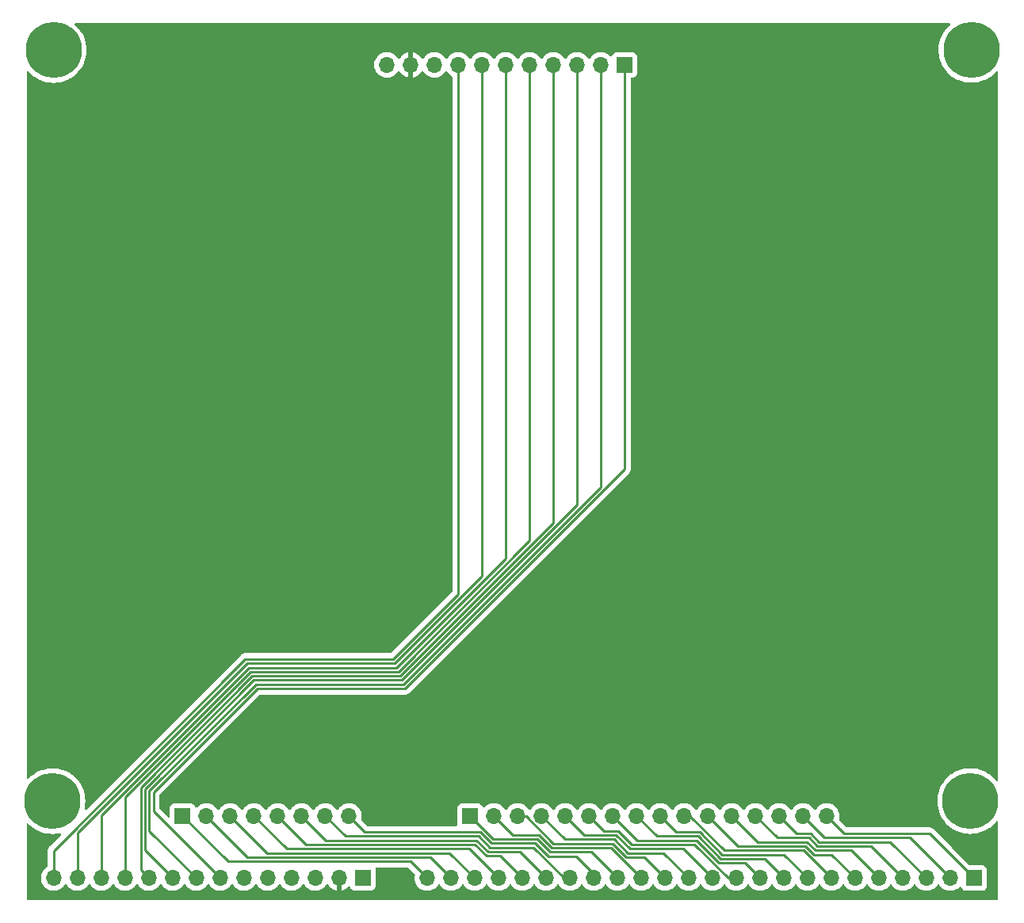
<source format=gbr>
%TF.GenerationSoftware,KiCad,Pcbnew,(6.0.0-0)*%
%TF.CreationDate,2022-02-02T01:02:29-05:00*%
%TF.ProjectId,minified-gpr-backplane,6d696e69-6669-4656-942d-6770722d6261,rev?*%
%TF.SameCoordinates,Original*%
%TF.FileFunction,Copper,L1,Top*%
%TF.FilePolarity,Positive*%
%FSLAX46Y46*%
G04 Gerber Fmt 4.6, Leading zero omitted, Abs format (unit mm)*
G04 Created by KiCad (PCBNEW (6.0.0-0)) date 2022-02-02 01:02:29*
%MOMM*%
%LPD*%
G01*
G04 APERTURE LIST*
%TA.AperFunction,ComponentPad*%
%ADD10C,6.000000*%
%TD*%
%TA.AperFunction,ComponentPad*%
%ADD11R,1.700000X1.700000*%
%TD*%
%TA.AperFunction,ComponentPad*%
%ADD12O,1.700000X1.700000*%
%TD*%
%TA.AperFunction,ComponentPad*%
%ADD13C,0.800000*%
%TD*%
%TA.AperFunction,Conductor*%
%ADD14C,0.250000*%
%TD*%
G04 APERTURE END LIST*
D10*
%TO.P,,1*%
%TO.N,N/C*%
X49990000Y-124800000D03*
%TD*%
D11*
%TO.P,J2,1,Pin_1*%
%TO.N,BUS0*%
X63884000Y-126388000D03*
D12*
%TO.P,J2,2,Pin_2*%
%TO.N,BUS1*%
X66424000Y-126388000D03*
%TO.P,J2,3,Pin_3*%
%TO.N,BUS2*%
X68964000Y-126388000D03*
%TO.P,J2,4,Pin_4*%
%TO.N,BUS3*%
X71504000Y-126388000D03*
%TO.P,J2,5,Pin_5*%
%TO.N,BUS4*%
X74044000Y-126388000D03*
%TO.P,J2,6,Pin_6*%
%TO.N,BUS5*%
X76584000Y-126388000D03*
%TO.P,J2,7,Pin_7*%
%TO.N,BUS6*%
X79124000Y-126388000D03*
%TO.P,J2,8,Pin_8*%
%TO.N,BUS7*%
X81664000Y-126388000D03*
%TD*%
D13*
%TO.P,REF\u002A\u002A,1*%
%TO.N,N/C*%
X150280000Y-124790000D03*
X148030000Y-122540000D03*
X148030000Y-127040000D03*
D10*
X148030000Y-124790000D03*
D13*
X149620990Y-126380990D03*
X146439010Y-123199010D03*
X146439010Y-126380990D03*
X149620990Y-123199010D03*
X145780000Y-124790000D03*
%TD*%
%TO.P,REF\u002A\u002A,1*%
%TO.N,N/C*%
X52360000Y-44530000D03*
X50110000Y-42280000D03*
X50110000Y-46780000D03*
D10*
X50110000Y-44530000D03*
D13*
X51700990Y-46120990D03*
X48519010Y-42939010D03*
X48519010Y-46120990D03*
X51700990Y-42939010D03*
X47860000Y-44530000D03*
%TD*%
D11*
%TO.P,J1,1,Pin_1*%
%TO.N,CONTROL0*%
X111110000Y-46130000D03*
D12*
%TO.P,J1,2,Pin_2*%
%TO.N,CONTROL1*%
X108570000Y-46130000D03*
%TO.P,J1,3,Pin_3*%
%TO.N,CONTROL2*%
X106030000Y-46130000D03*
%TO.P,J1,4,Pin_4*%
%TO.N,CONTROL3*%
X103490000Y-46130000D03*
%TO.P,J1,5,Pin_5*%
%TO.N,CONTROL4*%
X100950000Y-46130000D03*
%TO.P,J1,6,Pin_6*%
%TO.N,CONTROL5*%
X98410000Y-46130000D03*
%TO.P,J1,7,Pin_7*%
%TO.N,CONTROL6*%
X95870000Y-46130000D03*
%TO.P,J1,8,Pin_8*%
%TO.N,~{CONTROL7}*%
X93330000Y-46130000D03*
%TO.P,J1,9,Pin_9*%
%TO.N,CLOCK*%
X90790000Y-46130000D03*
%TO.P,J1,10,Pin_10*%
%TO.N,GND*%
X88250000Y-46130000D03*
%TO.P,J1,11,Pin_11*%
%TO.N,VCC*%
X85710000Y-46130000D03*
%TD*%
D13*
%TO.P,REF\u002A\u002A,1*%
%TO.N,N/C*%
X150400000Y-44520000D03*
X148150000Y-42270000D03*
X148150000Y-46770000D03*
D10*
X148150000Y-44520000D03*
D13*
X149740990Y-46110990D03*
X146559010Y-42929010D03*
X146559010Y-46110990D03*
X149740990Y-42929010D03*
X145900000Y-44520000D03*
%TD*%
D11*
%TO.P,J5,1,Pin_1*%
%TO.N,VCC*%
X83140000Y-133005000D03*
D12*
%TO.P,J5,2,Pin_2*%
%TO.N,GND*%
X80600000Y-133005000D03*
%TO.P,J5,3,Pin_3*%
%TO.N,CLOCK*%
X78060000Y-133005000D03*
%TO.P,J5,4,Pin_4*%
%TO.N,unconnected-(J5-Pad4)*%
X75520000Y-133005000D03*
%TO.P,J5,5,Pin_5*%
%TO.N,unconnected-(J5-Pad5)*%
X72980000Y-133005000D03*
%TO.P,J5,6,Pin_6*%
%TO.N,unconnected-(J5-Pad6)*%
X70440000Y-133005000D03*
%TO.P,J5,7,Pin_7*%
%TO.N,CONTROL0*%
X67900000Y-133005000D03*
%TO.P,J5,8,Pin_8*%
%TO.N,CONTROL1*%
X65360000Y-133005000D03*
%TO.P,J5,9,Pin_9*%
%TO.N,CONTROL2*%
X62820000Y-133005000D03*
%TO.P,J5,10,Pin_10*%
%TO.N,CONTROL3*%
X60280000Y-133005000D03*
%TO.P,J5,11,Pin_11*%
%TO.N,CONTROL4*%
X57740000Y-133005000D03*
%TO.P,J5,12,Pin_12*%
%TO.N,CONTROL5*%
X55200000Y-133005000D03*
%TO.P,J5,13,Pin_13*%
%TO.N,CONTROL6*%
X52660000Y-133005000D03*
%TO.P,J5,14,Pin_14*%
%TO.N,~{CONTROL7}*%
X50120000Y-133005000D03*
%TD*%
D11*
%TO.P,J4,1,Pin_1*%
%TO.N,ADDR15*%
X148450000Y-133030000D03*
D12*
%TO.P,J4,2,Pin_2*%
%TO.N,ADDR14*%
X145910000Y-133030000D03*
%TO.P,J4,3,Pin_3*%
%TO.N,ADDR13*%
X143370000Y-133030000D03*
%TO.P,J4,4,Pin_4*%
%TO.N,ADDR12*%
X140830000Y-133030000D03*
%TO.P,J4,5,Pin_5*%
%TO.N,ADDR11*%
X138290000Y-133030000D03*
%TO.P,J4,6,Pin_6*%
%TO.N,ADDR10*%
X135750000Y-133030000D03*
%TO.P,J4,7,Pin_7*%
%TO.N,ADDR9*%
X133210000Y-133030000D03*
%TO.P,J4,8,Pin_8*%
%TO.N,ADDR8*%
X130670000Y-133030000D03*
%TO.P,J4,9,Pin_9*%
%TO.N,ADDR7*%
X128130000Y-133030000D03*
%TO.P,J4,10,Pin_10*%
%TO.N,ADDR6*%
X125590000Y-133030000D03*
%TO.P,J4,11,Pin_11*%
%TO.N,ADDR5*%
X123050000Y-133030000D03*
%TO.P,J4,12,Pin_12*%
%TO.N,ADDR4*%
X120510000Y-133030000D03*
%TO.P,J4,13,Pin_13*%
%TO.N,ADDR3*%
X117970000Y-133030000D03*
%TO.P,J4,14,Pin_14*%
%TO.N,ADDR2*%
X115430000Y-133030000D03*
%TO.P,J4,15,Pin_15*%
%TO.N,ADDR1*%
X112890000Y-133030000D03*
%TO.P,J4,16,Pin_16*%
%TO.N,ADDR0*%
X110350000Y-133030000D03*
%TO.P,J4,17,Pin_17*%
%TO.N,BUS7*%
X107810000Y-133030000D03*
%TO.P,J4,18,Pin_18*%
%TO.N,BUS6*%
X105270000Y-133030000D03*
%TO.P,J4,19,Pin_19*%
%TO.N,BUS5*%
X102730000Y-133030000D03*
%TO.P,J4,20,Pin_20*%
%TO.N,BUS4*%
X100190000Y-133030000D03*
%TO.P,J4,21,Pin_21*%
%TO.N,BUS3*%
X97650000Y-133030000D03*
%TO.P,J4,22,Pin_22*%
%TO.N,BUS2*%
X95110000Y-133030000D03*
%TO.P,J4,23,Pin_23*%
%TO.N,BUS1*%
X92570000Y-133030000D03*
%TO.P,J4,24,Pin_24*%
%TO.N,BUS0*%
X90030000Y-133030000D03*
%TD*%
D11*
%TO.P,J3,1,Pin_1*%
%TO.N,ADDR0*%
X94603000Y-126388000D03*
D12*
%TO.P,J3,2,Pin_2*%
%TO.N,ADDR1*%
X97143000Y-126388000D03*
%TO.P,J3,3,Pin_3*%
%TO.N,ADDR2*%
X99683000Y-126388000D03*
%TO.P,J3,4,Pin_4*%
%TO.N,ADDR3*%
X102223000Y-126388000D03*
%TO.P,J3,5,Pin_5*%
%TO.N,ADDR4*%
X104763000Y-126388000D03*
%TO.P,J3,6,Pin_6*%
%TO.N,ADDR5*%
X107303000Y-126388000D03*
%TO.P,J3,7,Pin_7*%
%TO.N,ADDR6*%
X109843000Y-126388000D03*
%TO.P,J3,8,Pin_8*%
%TO.N,ADDR7*%
X112383000Y-126388000D03*
%TO.P,J3,9,Pin_9*%
%TO.N,ADDR8*%
X114923000Y-126388000D03*
%TO.P,J3,10,Pin_10*%
%TO.N,ADDR9*%
X117463000Y-126388000D03*
%TO.P,J3,11,Pin_11*%
%TO.N,ADDR10*%
X120003000Y-126388000D03*
%TO.P,J3,12,Pin_12*%
%TO.N,ADDR11*%
X122543000Y-126388000D03*
%TO.P,J3,13,Pin_13*%
%TO.N,ADDR12*%
X125083000Y-126388000D03*
%TO.P,J3,14,Pin_14*%
%TO.N,ADDR13*%
X127623000Y-126388000D03*
%TO.P,J3,15,Pin_15*%
%TO.N,ADDR14*%
X130163000Y-126388000D03*
%TO.P,J3,16,Pin_16*%
%TO.N,ADDR15*%
X132703000Y-126388000D03*
%TD*%
D14*
%TO.N,CONTROL0*%
X87678353Y-112771575D02*
X111110000Y-89339928D01*
X67900000Y-133005000D02*
X60770000Y-125875000D01*
X111110000Y-89339928D02*
X111110000Y-46130000D01*
X60770000Y-125875000D02*
X60770000Y-123889942D01*
X60770000Y-123889942D02*
X71888367Y-112771575D01*
X71888367Y-112771575D02*
X87678353Y-112771575D01*
%TO.N,CONTROL1*%
X60320489Y-123703749D02*
X60320489Y-127965489D01*
X87492159Y-112322065D02*
X71702173Y-112322065D01*
X108570000Y-91244224D02*
X87492159Y-112322065D01*
X108570000Y-46130000D02*
X108570000Y-91244224D01*
X71702173Y-112322065D02*
X60320489Y-123703749D01*
X60320489Y-127965489D02*
X65360000Y-133005000D01*
%TO.N,CONTROL2*%
X106030000Y-93148520D02*
X106030000Y-46130000D01*
X62820000Y-133005000D02*
X59870979Y-130055979D01*
X59870979Y-130055979D02*
X59870979Y-123517555D01*
X87305966Y-111872554D02*
X106030000Y-93148520D01*
X59870979Y-123517555D02*
X71515980Y-111872554D01*
X71515980Y-111872554D02*
X87305966Y-111872554D01*
%TO.N,CONTROL3*%
X103490000Y-46130000D02*
X103490000Y-95052816D01*
X71329786Y-111423044D02*
X59421468Y-123331362D01*
X59421468Y-123331362D02*
X59421468Y-132146468D01*
X59421468Y-132146468D02*
X60280000Y-133005000D01*
X103490000Y-95052816D02*
X87119773Y-111423043D01*
X87119773Y-111423043D02*
X71329786Y-111423044D01*
%TO.N,CONTROL4*%
X100950000Y-96957112D02*
X100950000Y-46130000D01*
X57740000Y-133005000D02*
X57740000Y-124377126D01*
X71143593Y-110973533D02*
X86933580Y-110973532D01*
X86933580Y-110973532D02*
X100950000Y-96957112D01*
X57740000Y-124377126D02*
X71143593Y-110973533D01*
%TO.N,CONTROL5*%
X70957400Y-110524022D02*
X55200000Y-126281422D01*
X55200000Y-126281422D02*
X55200000Y-133005000D01*
X86747387Y-110524021D02*
X70957400Y-110524022D01*
X98410000Y-46130000D02*
X98410000Y-98861408D01*
X98410000Y-98861408D02*
X86747387Y-110524021D01*
%TO.N,CONTROL6*%
X95870000Y-100765704D02*
X95870000Y-46130000D01*
X70771207Y-110074511D02*
X86561194Y-110074510D01*
X52660000Y-133005000D02*
X52660000Y-128185718D01*
X86561194Y-110074510D02*
X95870000Y-100765704D01*
X52660000Y-128185718D02*
X70771207Y-110074511D01*
%TO.N,~{CONTROL7}*%
X93330000Y-102670000D02*
X86375000Y-109625000D01*
X86375000Y-109625000D02*
X70585000Y-109625000D01*
X93330000Y-46130000D02*
X93330000Y-102670000D01*
X70585000Y-109625000D02*
X50120000Y-130090000D01*
X50120000Y-130090000D02*
X50120000Y-133005000D01*
%TO.N,BUS0*%
X68732582Y-131236582D02*
X88236582Y-131236582D01*
X63884000Y-126388000D02*
X68732582Y-131236582D01*
X88236582Y-131236582D02*
X90030000Y-133030000D01*
%TO.N,BUS1*%
X70823067Y-130787067D02*
X90327067Y-130787067D01*
X66424000Y-126388000D02*
X70823067Y-130787067D01*
X90327067Y-130787067D02*
X92570000Y-133030000D01*
%TO.N,BUS2*%
X92417552Y-130337552D02*
X95110000Y-133030000D01*
X72913552Y-130337552D02*
X92417552Y-130337552D01*
X68964000Y-126388000D02*
X72913552Y-130337552D01*
%TO.N,BUS3*%
X75004040Y-129888040D02*
X94508040Y-129888040D01*
X71504000Y-126388000D02*
X75004040Y-129888040D01*
X94508040Y-129888040D02*
X97650000Y-133030000D01*
%TO.N,BUS4*%
X97817555Y-130657555D02*
X100190000Y-133030000D01*
X77094530Y-129438530D02*
X95110717Y-129438530D01*
X96329740Y-130657555D02*
X97817555Y-130657555D01*
X95110717Y-129438530D02*
X96329740Y-130657555D01*
X74044000Y-126388000D02*
X77094530Y-129438530D01*
%TO.N,BUS5*%
X96515933Y-130208044D02*
X99908043Y-130208043D01*
X99908043Y-130208043D02*
X102730000Y-133030000D01*
X95296909Y-128989020D02*
X96515933Y-130208044D01*
X76584000Y-126388000D02*
X79185020Y-128989020D01*
X79185020Y-128989020D02*
X95296909Y-128989020D01*
%TO.N,BUS6*%
X95483102Y-128539510D02*
X96702125Y-129758533D01*
X101389705Y-129758533D02*
X104661172Y-133030000D01*
X79124000Y-126388000D02*
X81275510Y-128539510D01*
X104661172Y-133030000D02*
X105270000Y-133030000D01*
X81275510Y-128539510D02*
X95483102Y-128539510D01*
X96702125Y-129758533D02*
X101389705Y-129758533D01*
%TO.N,BUS7*%
X105930000Y-130680000D02*
X107810000Y-132560000D01*
X81664000Y-126388000D02*
X83366000Y-128090000D01*
X83366000Y-128090000D02*
X95669296Y-128090000D01*
X95669296Y-128090000D02*
X96888318Y-129309022D01*
X107810000Y-132560000D02*
X107810000Y-133030000D01*
X96888318Y-129309022D02*
X101575899Y-129309022D01*
X101575899Y-129309022D02*
X102946877Y-130680000D01*
X102946877Y-130680000D02*
X105930000Y-130680000D01*
%TO.N,ADDR0*%
X101762093Y-128859512D02*
X103133071Y-130230489D01*
X107550489Y-130230489D02*
X110350000Y-133030000D01*
X103133071Y-130230489D02*
X107550489Y-130230489D01*
X97074511Y-128859511D02*
X101762093Y-128859512D01*
X94603000Y-126388000D02*
X97074511Y-128859511D01*
%TO.N,ADDR1*%
X97143000Y-126388000D02*
X99165000Y-128410000D01*
X109640978Y-129780978D02*
X112890000Y-133030000D01*
X101948286Y-128410000D02*
X103319264Y-129780978D01*
X103319264Y-129780978D02*
X109640978Y-129780978D01*
X99165000Y-128410000D02*
X101948286Y-128410000D01*
%TO.N,ADDR2*%
X113200000Y-130800000D02*
X115430000Y-133030000D01*
X99683000Y-126388000D02*
X100561990Y-126388000D01*
X103505457Y-129331467D02*
X109827172Y-129331468D01*
X111295704Y-130800000D02*
X113200000Y-130800000D01*
X109827172Y-129331468D02*
X111295704Y-130800000D01*
X100561990Y-126388000D02*
X103505457Y-129331467D01*
%TO.N,ADDR3*%
X115280978Y-130340978D02*
X117970000Y-133030000D01*
X111472386Y-130340978D02*
X115280978Y-130340978D01*
X102223000Y-126388000D02*
X104716956Y-128881956D01*
X104716956Y-128881956D02*
X110013366Y-128881958D01*
X110013366Y-128881958D02*
X111472386Y-130340978D01*
%TO.N,ADDR4*%
X110199560Y-128432448D02*
X111658579Y-129891467D01*
X106807446Y-128432446D02*
X110199560Y-128432448D01*
X104763000Y-126388000D02*
X106807446Y-128432446D01*
X117371467Y-129891467D02*
X120510000Y-133030000D01*
X111658579Y-129891467D02*
X117371467Y-129891467D01*
%TO.N,ADDR5*%
X107303000Y-126388000D02*
X108897936Y-127982936D01*
X122171010Y-133030000D02*
X123050000Y-133030000D01*
X108897936Y-127982936D02*
X110385754Y-127982938D01*
X111844772Y-129441956D02*
X118582966Y-129441956D01*
X110385754Y-127982938D02*
X111844772Y-129441956D01*
X118582966Y-129441956D02*
X122171010Y-133030000D01*
%TO.N,ADDR6*%
X118769160Y-128992446D02*
X121182692Y-131405978D01*
X123965978Y-131405978D02*
X125590000Y-133030000D01*
X121182692Y-131405978D02*
X123965978Y-131405978D01*
X112447445Y-128992445D02*
X118769160Y-128992446D01*
X109843000Y-126388000D02*
X112447445Y-128992445D01*
%TO.N,ADDR7*%
X118955353Y-128542934D02*
X121368886Y-130956467D01*
X126056467Y-130956467D02*
X128130000Y-133030000D01*
X121368886Y-130956467D02*
X126056467Y-130956467D01*
X114537934Y-128542934D02*
X118955353Y-128542934D01*
X112383000Y-126388000D02*
X114537934Y-128542934D01*
%TO.N,ADDR8*%
X116628423Y-128093423D02*
X119141547Y-128093424D01*
X121555079Y-130506956D02*
X128146956Y-130506956D01*
X128146956Y-130506956D02*
X130670000Y-133030000D01*
X119141547Y-128093424D02*
X121555079Y-130506956D01*
X114923000Y-126388000D02*
X116628423Y-128093423D01*
%TO.N,ADDR9*%
X117463000Y-126388000D02*
X118071827Y-126388000D01*
X118071827Y-126388000D02*
X121741272Y-130057445D01*
X121741272Y-130057445D02*
X130237445Y-130057445D01*
X130237445Y-130057445D02*
X133210000Y-133030000D01*
%TO.N,ADDR10*%
X133226958Y-130506958D02*
X135750000Y-133030000D01*
X130423639Y-129607935D02*
X131322662Y-130506958D01*
X131322662Y-130506958D02*
X133226958Y-130506958D01*
X123222934Y-129607934D02*
X130423639Y-129607935D01*
X120003000Y-126388000D02*
X123222934Y-129607934D01*
%TO.N,ADDR11*%
X122543000Y-126388000D02*
X125313423Y-129158423D01*
X125313423Y-129158423D02*
X130609833Y-129158425D01*
X130609833Y-129158425D02*
X131508855Y-130057447D01*
X135317447Y-130057447D02*
X138290000Y-133030000D01*
X131508855Y-130057447D02*
X135317447Y-130057447D01*
%TO.N,ADDR12*%
X137398533Y-129598533D02*
X140830000Y-133030000D01*
X125083000Y-126388000D02*
X127403913Y-128708913D01*
X127403913Y-128708913D02*
X130796027Y-128708915D01*
X130796027Y-128708915D02*
X131685645Y-129598533D01*
X131685645Y-129598533D02*
X137398533Y-129598533D01*
%TO.N,ADDR13*%
X130982221Y-128259405D02*
X131871838Y-129149022D01*
X129494403Y-128259403D02*
X130982221Y-128259405D01*
X139489022Y-129149022D02*
X143370000Y-133030000D01*
X127623000Y-126388000D02*
X129494403Y-128259403D01*
X131871838Y-129149022D02*
X139489022Y-129149022D01*
%TO.N,ADDR14*%
X141579511Y-128699511D02*
X145910000Y-133030000D01*
X130163000Y-126388000D02*
X132474511Y-128699511D01*
X132474511Y-128699511D02*
X141579511Y-128699511D01*
%TO.N,ADDR15*%
X134565000Y-128250000D02*
X143670000Y-128250000D01*
X132703000Y-126388000D02*
X134565000Y-128250000D01*
X143670000Y-128250000D02*
X148450000Y-133030000D01*
%TD*%
%TA.AperFunction,Conductor*%
%TO.N,GND*%
G36*
X145823992Y-41676002D02*
G01*
X145870485Y-41729658D01*
X145880589Y-41799932D01*
X145851095Y-41864512D01*
X145835172Y-41879914D01*
X145799133Y-41909098D01*
X145539098Y-42169133D01*
X145307668Y-42454925D01*
X145107380Y-42763343D01*
X145105885Y-42766277D01*
X145105881Y-42766284D01*
X145100786Y-42776284D01*
X144940427Y-43091006D01*
X144808639Y-43434326D01*
X144713459Y-43789541D01*
X144655931Y-44152759D01*
X144636685Y-44520000D01*
X144655931Y-44887241D01*
X144656444Y-44890481D01*
X144656445Y-44890489D01*
X144679064Y-45033295D01*
X144713459Y-45250459D01*
X144808639Y-45605674D01*
X144940427Y-45948994D01*
X144941925Y-45951934D01*
X145066584Y-46196590D01*
X145107380Y-46276657D01*
X145307668Y-46585075D01*
X145539098Y-46870867D01*
X145799133Y-47130902D01*
X146084925Y-47362332D01*
X146141657Y-47399174D01*
X146264534Y-47478971D01*
X146393342Y-47562620D01*
X146396276Y-47564115D01*
X146396283Y-47564119D01*
X146495162Y-47614500D01*
X146721006Y-47729573D01*
X147064326Y-47861361D01*
X147419541Y-47956541D01*
X147612558Y-47987112D01*
X147779511Y-48013555D01*
X147779519Y-48013556D01*
X147782759Y-48014069D01*
X148150000Y-48033315D01*
X148517241Y-48014069D01*
X148520481Y-48013556D01*
X148520489Y-48013555D01*
X148687442Y-47987112D01*
X148880459Y-47956541D01*
X149235674Y-47861361D01*
X149578994Y-47729573D01*
X149804838Y-47614500D01*
X149903717Y-47564119D01*
X149903724Y-47564115D01*
X149906658Y-47562620D01*
X150035467Y-47478971D01*
X150158343Y-47399174D01*
X150215075Y-47362332D01*
X150500867Y-47130902D01*
X150760902Y-46870867D01*
X150779080Y-46848419D01*
X150837494Y-46808067D01*
X150908451Y-46805701D01*
X150969423Y-46842074D01*
X151001051Y-46905636D01*
X151003000Y-46927713D01*
X151003000Y-122530474D01*
X150982998Y-122598595D01*
X150929342Y-122645088D01*
X150859068Y-122655192D01*
X150794488Y-122625698D01*
X150779080Y-122609769D01*
X150640902Y-122439133D01*
X150380867Y-122179098D01*
X150095075Y-121947668D01*
X149991526Y-121880423D01*
X149789427Y-121749178D01*
X149789424Y-121749176D01*
X149786658Y-121747380D01*
X149783724Y-121745885D01*
X149783717Y-121745881D01*
X149461934Y-121581925D01*
X149458994Y-121580427D01*
X149115674Y-121448639D01*
X148760459Y-121353459D01*
X148567442Y-121322888D01*
X148400489Y-121296445D01*
X148400481Y-121296444D01*
X148397241Y-121295931D01*
X148030000Y-121276685D01*
X147662759Y-121295931D01*
X147659519Y-121296444D01*
X147659511Y-121296445D01*
X147492558Y-121322888D01*
X147299541Y-121353459D01*
X146944326Y-121448639D01*
X146601006Y-121580427D01*
X146598066Y-121581925D01*
X146276284Y-121745881D01*
X146276277Y-121745885D01*
X146273343Y-121747380D01*
X146270577Y-121749176D01*
X146270574Y-121749178D01*
X146066482Y-121881716D01*
X145964925Y-121947668D01*
X145679133Y-122179098D01*
X145419098Y-122439133D01*
X145187668Y-122724925D01*
X144987380Y-123033343D01*
X144985885Y-123036277D01*
X144985881Y-123036284D01*
X144980786Y-123046284D01*
X144820427Y-123361006D01*
X144688639Y-123704326D01*
X144593459Y-124059541D01*
X144578760Y-124152346D01*
X144538565Y-124406131D01*
X144535931Y-124422759D01*
X144516685Y-124790000D01*
X144535931Y-125157241D01*
X144536444Y-125160481D01*
X144536445Y-125160489D01*
X144551034Y-125252598D01*
X144593459Y-125520459D01*
X144688639Y-125875674D01*
X144820427Y-126218994D01*
X144821925Y-126221934D01*
X144976666Y-126525629D01*
X144987380Y-126546657D01*
X145187668Y-126855075D01*
X145419098Y-127140867D01*
X145679133Y-127400902D01*
X145964925Y-127632332D01*
X145998805Y-127654334D01*
X146186925Y-127776500D01*
X146273342Y-127832620D01*
X146276276Y-127834115D01*
X146276283Y-127834119D01*
X146526470Y-127961595D01*
X146601006Y-127999573D01*
X146944326Y-128131361D01*
X147299541Y-128226541D01*
X147492558Y-128257112D01*
X147659511Y-128283555D01*
X147659519Y-128283556D01*
X147662759Y-128284069D01*
X148030000Y-128303315D01*
X148397241Y-128284069D01*
X148400481Y-128283556D01*
X148400489Y-128283555D01*
X148567442Y-128257112D01*
X148760459Y-128226541D01*
X149115674Y-128131361D01*
X149458994Y-127999573D01*
X149533530Y-127961595D01*
X149783717Y-127834119D01*
X149783724Y-127834115D01*
X149786658Y-127832620D01*
X149873076Y-127776500D01*
X150061195Y-127654334D01*
X150095075Y-127632332D01*
X150380867Y-127400902D01*
X150640902Y-127140867D01*
X150779081Y-126970230D01*
X150837494Y-126929880D01*
X150908451Y-126927514D01*
X150969423Y-126963887D01*
X151001051Y-127027450D01*
X151003000Y-127049526D01*
X151003000Y-135226000D01*
X150982998Y-135294121D01*
X150929342Y-135340614D01*
X150877000Y-135352000D01*
X47351000Y-135352000D01*
X47282879Y-135331998D01*
X47236386Y-135278342D01*
X47225000Y-135226000D01*
X47225000Y-127300959D01*
X47245002Y-127232838D01*
X47298658Y-127186345D01*
X47368932Y-127176241D01*
X47433512Y-127205735D01*
X47440095Y-127211864D01*
X47639133Y-127410902D01*
X47924925Y-127642332D01*
X47946442Y-127656305D01*
X48225546Y-127837557D01*
X48233342Y-127842620D01*
X48236276Y-127844115D01*
X48236283Y-127844119D01*
X48529355Y-127993446D01*
X48561006Y-128009573D01*
X48707196Y-128065690D01*
X48785305Y-128095673D01*
X48904326Y-128141361D01*
X49259541Y-128236541D01*
X49452558Y-128267112D01*
X49619511Y-128293555D01*
X49619519Y-128293556D01*
X49622759Y-128294069D01*
X49990000Y-128313315D01*
X50357241Y-128294069D01*
X50360481Y-128293556D01*
X50360489Y-128293555D01*
X50527442Y-128267112D01*
X50720459Y-128236541D01*
X50723645Y-128235687D01*
X50723656Y-128235685D01*
X50754044Y-128227542D01*
X50825021Y-128229230D01*
X50883817Y-128269024D01*
X50911766Y-128334288D01*
X50899993Y-128404302D01*
X50875752Y-128438343D01*
X49727747Y-129586348D01*
X49719461Y-129593888D01*
X49712982Y-129598000D01*
X49707557Y-129603777D01*
X49666357Y-129647651D01*
X49663602Y-129650493D01*
X49643865Y-129670230D01*
X49641385Y-129673427D01*
X49633682Y-129682447D01*
X49603414Y-129714679D01*
X49599595Y-129721625D01*
X49599593Y-129721628D01*
X49593652Y-129732434D01*
X49582801Y-129748953D01*
X49570386Y-129764959D01*
X49567241Y-129772228D01*
X49567238Y-129772232D01*
X49552826Y-129805537D01*
X49547609Y-129816187D01*
X49526305Y-129854940D01*
X49524334Y-129862615D01*
X49524334Y-129862616D01*
X49521267Y-129874562D01*
X49514863Y-129893266D01*
X49506819Y-129911855D01*
X49505580Y-129919678D01*
X49505577Y-129919688D01*
X49499901Y-129955524D01*
X49497495Y-129967144D01*
X49488858Y-130000784D01*
X49486500Y-130009970D01*
X49486500Y-130030224D01*
X49484949Y-130049934D01*
X49481780Y-130069943D01*
X49482526Y-130077835D01*
X49485941Y-130113961D01*
X49486500Y-130125819D01*
X49486500Y-131726692D01*
X49466498Y-131794813D01*
X49418683Y-131838453D01*
X49393607Y-131851507D01*
X49389474Y-131854610D01*
X49389471Y-131854612D01*
X49236448Y-131969505D01*
X49214965Y-131985635D01*
X49173437Y-132029091D01*
X49078470Y-132128469D01*
X49060629Y-132147138D01*
X48934743Y-132331680D01*
X48840688Y-132534305D01*
X48780989Y-132749570D01*
X48757251Y-132971695D01*
X48757548Y-132976848D01*
X48757548Y-132976851D01*
X48759171Y-133005000D01*
X48770110Y-133194715D01*
X48771247Y-133199761D01*
X48771248Y-133199767D01*
X48792275Y-133293069D01*
X48819222Y-133412639D01*
X48903266Y-133619616D01*
X48946310Y-133689857D01*
X49017291Y-133805688D01*
X49019987Y-133810088D01*
X49166250Y-133978938D01*
X49338126Y-134121632D01*
X49531000Y-134234338D01*
X49739692Y-134314030D01*
X49744760Y-134315061D01*
X49744763Y-134315062D01*
X49821209Y-134330615D01*
X49958597Y-134358567D01*
X49963772Y-134358757D01*
X49963774Y-134358757D01*
X50176673Y-134366564D01*
X50176677Y-134366564D01*
X50181837Y-134366753D01*
X50186957Y-134366097D01*
X50186959Y-134366097D01*
X50398288Y-134339025D01*
X50398289Y-134339025D01*
X50403416Y-134338368D01*
X50408366Y-134336883D01*
X50612429Y-134275661D01*
X50612434Y-134275659D01*
X50617384Y-134274174D01*
X50817994Y-134175896D01*
X50999860Y-134046173D01*
X51037825Y-134008341D01*
X51143400Y-133903134D01*
X51158096Y-133888489D01*
X51193665Y-133838990D01*
X51288453Y-133707077D01*
X51289776Y-133708028D01*
X51336645Y-133664857D01*
X51406580Y-133652625D01*
X51472026Y-133680144D01*
X51499875Y-133711994D01*
X51559987Y-133810088D01*
X51706250Y-133978938D01*
X51878126Y-134121632D01*
X52071000Y-134234338D01*
X52279692Y-134314030D01*
X52284760Y-134315061D01*
X52284763Y-134315062D01*
X52361209Y-134330615D01*
X52498597Y-134358567D01*
X52503772Y-134358757D01*
X52503774Y-134358757D01*
X52716673Y-134366564D01*
X52716677Y-134366564D01*
X52721837Y-134366753D01*
X52726957Y-134366097D01*
X52726959Y-134366097D01*
X52938288Y-134339025D01*
X52938289Y-134339025D01*
X52943416Y-134338368D01*
X52948366Y-134336883D01*
X53152429Y-134275661D01*
X53152434Y-134275659D01*
X53157384Y-134274174D01*
X53357994Y-134175896D01*
X53539860Y-134046173D01*
X53577825Y-134008341D01*
X53683400Y-133903134D01*
X53698096Y-133888489D01*
X53733665Y-133838990D01*
X53828453Y-133707077D01*
X53829776Y-133708028D01*
X53876645Y-133664857D01*
X53946580Y-133652625D01*
X54012026Y-133680144D01*
X54039875Y-133711994D01*
X54099987Y-133810088D01*
X54246250Y-133978938D01*
X54418126Y-134121632D01*
X54611000Y-134234338D01*
X54819692Y-134314030D01*
X54824760Y-134315061D01*
X54824763Y-134315062D01*
X54901209Y-134330615D01*
X55038597Y-134358567D01*
X55043772Y-134358757D01*
X55043774Y-134358757D01*
X55256673Y-134366564D01*
X55256677Y-134366564D01*
X55261837Y-134366753D01*
X55266957Y-134366097D01*
X55266959Y-134366097D01*
X55478288Y-134339025D01*
X55478289Y-134339025D01*
X55483416Y-134338368D01*
X55488366Y-134336883D01*
X55692429Y-134275661D01*
X55692434Y-134275659D01*
X55697384Y-134274174D01*
X55897994Y-134175896D01*
X56079860Y-134046173D01*
X56117825Y-134008341D01*
X56223400Y-133903134D01*
X56238096Y-133888489D01*
X56273665Y-133838990D01*
X56368453Y-133707077D01*
X56369776Y-133708028D01*
X56416645Y-133664857D01*
X56486580Y-133652625D01*
X56552026Y-133680144D01*
X56579875Y-133711994D01*
X56639987Y-133810088D01*
X56786250Y-133978938D01*
X56958126Y-134121632D01*
X57151000Y-134234338D01*
X57359692Y-134314030D01*
X57364760Y-134315061D01*
X57364763Y-134315062D01*
X57441209Y-134330615D01*
X57578597Y-134358567D01*
X57583772Y-134358757D01*
X57583774Y-134358757D01*
X57796673Y-134366564D01*
X57796677Y-134366564D01*
X57801837Y-134366753D01*
X57806957Y-134366097D01*
X57806959Y-134366097D01*
X58018288Y-134339025D01*
X58018289Y-134339025D01*
X58023416Y-134338368D01*
X58028366Y-134336883D01*
X58232429Y-134275661D01*
X58232434Y-134275659D01*
X58237384Y-134274174D01*
X58437994Y-134175896D01*
X58619860Y-134046173D01*
X58657825Y-134008341D01*
X58763400Y-133903134D01*
X58778096Y-133888489D01*
X58813665Y-133838990D01*
X58908453Y-133707077D01*
X58909776Y-133708028D01*
X58956645Y-133664857D01*
X59026580Y-133652625D01*
X59092026Y-133680144D01*
X59119875Y-133711994D01*
X59179987Y-133810088D01*
X59326250Y-133978938D01*
X59498126Y-134121632D01*
X59691000Y-134234338D01*
X59899692Y-134314030D01*
X59904760Y-134315061D01*
X59904763Y-134315062D01*
X59981209Y-134330615D01*
X60118597Y-134358567D01*
X60123772Y-134358757D01*
X60123774Y-134358757D01*
X60336673Y-134366564D01*
X60336677Y-134366564D01*
X60341837Y-134366753D01*
X60346957Y-134366097D01*
X60346959Y-134366097D01*
X60558288Y-134339025D01*
X60558289Y-134339025D01*
X60563416Y-134338368D01*
X60568366Y-134336883D01*
X60772429Y-134275661D01*
X60772434Y-134275659D01*
X60777384Y-134274174D01*
X60977994Y-134175896D01*
X61159860Y-134046173D01*
X61197825Y-134008341D01*
X61303400Y-133903134D01*
X61318096Y-133888489D01*
X61353665Y-133838990D01*
X61448453Y-133707077D01*
X61449776Y-133708028D01*
X61496645Y-133664857D01*
X61566580Y-133652625D01*
X61632026Y-133680144D01*
X61659875Y-133711994D01*
X61719987Y-133810088D01*
X61866250Y-133978938D01*
X62038126Y-134121632D01*
X62231000Y-134234338D01*
X62439692Y-134314030D01*
X62444760Y-134315061D01*
X62444763Y-134315062D01*
X62521209Y-134330615D01*
X62658597Y-134358567D01*
X62663772Y-134358757D01*
X62663774Y-134358757D01*
X62876673Y-134366564D01*
X62876677Y-134366564D01*
X62881837Y-134366753D01*
X62886957Y-134366097D01*
X62886959Y-134366097D01*
X63098288Y-134339025D01*
X63098289Y-134339025D01*
X63103416Y-134338368D01*
X63108366Y-134336883D01*
X63312429Y-134275661D01*
X63312434Y-134275659D01*
X63317384Y-134274174D01*
X63517994Y-134175896D01*
X63699860Y-134046173D01*
X63737825Y-134008341D01*
X63843400Y-133903134D01*
X63858096Y-133888489D01*
X63893665Y-133838990D01*
X63988453Y-133707077D01*
X63989776Y-133708028D01*
X64036645Y-133664857D01*
X64106580Y-133652625D01*
X64172026Y-133680144D01*
X64199875Y-133711994D01*
X64259987Y-133810088D01*
X64406250Y-133978938D01*
X64578126Y-134121632D01*
X64771000Y-134234338D01*
X64979692Y-134314030D01*
X64984760Y-134315061D01*
X64984763Y-134315062D01*
X65061209Y-134330615D01*
X65198597Y-134358567D01*
X65203772Y-134358757D01*
X65203774Y-134358757D01*
X65416673Y-134366564D01*
X65416677Y-134366564D01*
X65421837Y-134366753D01*
X65426957Y-134366097D01*
X65426959Y-134366097D01*
X65638288Y-134339025D01*
X65638289Y-134339025D01*
X65643416Y-134338368D01*
X65648366Y-134336883D01*
X65852429Y-134275661D01*
X65852434Y-134275659D01*
X65857384Y-134274174D01*
X66057994Y-134175896D01*
X66239860Y-134046173D01*
X66277825Y-134008341D01*
X66383400Y-133903134D01*
X66398096Y-133888489D01*
X66433665Y-133838990D01*
X66528453Y-133707077D01*
X66529776Y-133708028D01*
X66576645Y-133664857D01*
X66646580Y-133652625D01*
X66712026Y-133680144D01*
X66739875Y-133711994D01*
X66799987Y-133810088D01*
X66946250Y-133978938D01*
X67118126Y-134121632D01*
X67311000Y-134234338D01*
X67519692Y-134314030D01*
X67524760Y-134315061D01*
X67524763Y-134315062D01*
X67601209Y-134330615D01*
X67738597Y-134358567D01*
X67743772Y-134358757D01*
X67743774Y-134358757D01*
X67956673Y-134366564D01*
X67956677Y-134366564D01*
X67961837Y-134366753D01*
X67966957Y-134366097D01*
X67966959Y-134366097D01*
X68178288Y-134339025D01*
X68178289Y-134339025D01*
X68183416Y-134338368D01*
X68188366Y-134336883D01*
X68392429Y-134275661D01*
X68392434Y-134275659D01*
X68397384Y-134274174D01*
X68597994Y-134175896D01*
X68779860Y-134046173D01*
X68817825Y-134008341D01*
X68923400Y-133903134D01*
X68938096Y-133888489D01*
X68973665Y-133838990D01*
X69068453Y-133707077D01*
X69069776Y-133708028D01*
X69116645Y-133664857D01*
X69186580Y-133652625D01*
X69252026Y-133680144D01*
X69279875Y-133711994D01*
X69339987Y-133810088D01*
X69486250Y-133978938D01*
X69658126Y-134121632D01*
X69851000Y-134234338D01*
X70059692Y-134314030D01*
X70064760Y-134315061D01*
X70064763Y-134315062D01*
X70141209Y-134330615D01*
X70278597Y-134358567D01*
X70283772Y-134358757D01*
X70283774Y-134358757D01*
X70496673Y-134366564D01*
X70496677Y-134366564D01*
X70501837Y-134366753D01*
X70506957Y-134366097D01*
X70506959Y-134366097D01*
X70718288Y-134339025D01*
X70718289Y-134339025D01*
X70723416Y-134338368D01*
X70728366Y-134336883D01*
X70932429Y-134275661D01*
X70932434Y-134275659D01*
X70937384Y-134274174D01*
X71137994Y-134175896D01*
X71319860Y-134046173D01*
X71357825Y-134008341D01*
X71463400Y-133903134D01*
X71478096Y-133888489D01*
X71513665Y-133838990D01*
X71608453Y-133707077D01*
X71609776Y-133708028D01*
X71656645Y-133664857D01*
X71726580Y-133652625D01*
X71792026Y-133680144D01*
X71819875Y-133711994D01*
X71879987Y-133810088D01*
X72026250Y-133978938D01*
X72198126Y-134121632D01*
X72391000Y-134234338D01*
X72599692Y-134314030D01*
X72604760Y-134315061D01*
X72604763Y-134315062D01*
X72681209Y-134330615D01*
X72818597Y-134358567D01*
X72823772Y-134358757D01*
X72823774Y-134358757D01*
X73036673Y-134366564D01*
X73036677Y-134366564D01*
X73041837Y-134366753D01*
X73046957Y-134366097D01*
X73046959Y-134366097D01*
X73258288Y-134339025D01*
X73258289Y-134339025D01*
X73263416Y-134338368D01*
X73268366Y-134336883D01*
X73472429Y-134275661D01*
X73472434Y-134275659D01*
X73477384Y-134274174D01*
X73677994Y-134175896D01*
X73859860Y-134046173D01*
X73897825Y-134008341D01*
X74003400Y-133903134D01*
X74018096Y-133888489D01*
X74053665Y-133838990D01*
X74148453Y-133707077D01*
X74149776Y-133708028D01*
X74196645Y-133664857D01*
X74266580Y-133652625D01*
X74332026Y-133680144D01*
X74359875Y-133711994D01*
X74419987Y-133810088D01*
X74566250Y-133978938D01*
X74738126Y-134121632D01*
X74931000Y-134234338D01*
X75139692Y-134314030D01*
X75144760Y-134315061D01*
X75144763Y-134315062D01*
X75221209Y-134330615D01*
X75358597Y-134358567D01*
X75363772Y-134358757D01*
X75363774Y-134358757D01*
X75576673Y-134366564D01*
X75576677Y-134366564D01*
X75581837Y-134366753D01*
X75586957Y-134366097D01*
X75586959Y-134366097D01*
X75798288Y-134339025D01*
X75798289Y-134339025D01*
X75803416Y-134338368D01*
X75808366Y-134336883D01*
X76012429Y-134275661D01*
X76012434Y-134275659D01*
X76017384Y-134274174D01*
X76217994Y-134175896D01*
X76399860Y-134046173D01*
X76437825Y-134008341D01*
X76543400Y-133903134D01*
X76558096Y-133888489D01*
X76593665Y-133838990D01*
X76688453Y-133707077D01*
X76689776Y-133708028D01*
X76736645Y-133664857D01*
X76806580Y-133652625D01*
X76872026Y-133680144D01*
X76899875Y-133711994D01*
X76959987Y-133810088D01*
X77106250Y-133978938D01*
X77278126Y-134121632D01*
X77471000Y-134234338D01*
X77679692Y-134314030D01*
X77684760Y-134315061D01*
X77684763Y-134315062D01*
X77761209Y-134330615D01*
X77898597Y-134358567D01*
X77903772Y-134358757D01*
X77903774Y-134358757D01*
X78116673Y-134366564D01*
X78116677Y-134366564D01*
X78121837Y-134366753D01*
X78126957Y-134366097D01*
X78126959Y-134366097D01*
X78338288Y-134339025D01*
X78338289Y-134339025D01*
X78343416Y-134338368D01*
X78348366Y-134336883D01*
X78552429Y-134275661D01*
X78552434Y-134275659D01*
X78557384Y-134274174D01*
X78757994Y-134175896D01*
X78939860Y-134046173D01*
X78977825Y-134008341D01*
X79083400Y-133903134D01*
X79098096Y-133888489D01*
X79133665Y-133838990D01*
X79228453Y-133707077D01*
X79229640Y-133707930D01*
X79276960Y-133664362D01*
X79346897Y-133652145D01*
X79412338Y-133679678D01*
X79440166Y-133711511D01*
X79497694Y-133805388D01*
X79503777Y-133813699D01*
X79643213Y-133974667D01*
X79650580Y-133981883D01*
X79814434Y-134117916D01*
X79822881Y-134123831D01*
X80006756Y-134231279D01*
X80016042Y-134235729D01*
X80215001Y-134311703D01*
X80224899Y-134314579D01*
X80328250Y-134335606D01*
X80342299Y-134334410D01*
X80346000Y-134324065D01*
X80346000Y-132877000D01*
X80366002Y-132808879D01*
X80419658Y-132762386D01*
X80472000Y-132751000D01*
X80728000Y-132751000D01*
X80796121Y-132771002D01*
X80842614Y-132824658D01*
X80854000Y-132877000D01*
X80854000Y-134323517D01*
X80858064Y-134337359D01*
X80871478Y-134339393D01*
X80878184Y-134338534D01*
X80888262Y-134336392D01*
X81092255Y-134275191D01*
X81101842Y-134271433D01*
X81293095Y-134177739D01*
X81301945Y-134172464D01*
X81475328Y-134048792D01*
X81483193Y-134042145D01*
X81587897Y-133937805D01*
X81650268Y-133903889D01*
X81721075Y-133909077D01*
X81777837Y-133951723D01*
X81794819Y-133982826D01*
X81804384Y-134008341D01*
X81839385Y-134101705D01*
X81926739Y-134218261D01*
X82043295Y-134305615D01*
X82179684Y-134356745D01*
X82241866Y-134363500D01*
X84038134Y-134363500D01*
X84100316Y-134356745D01*
X84236705Y-134305615D01*
X84353261Y-134218261D01*
X84440615Y-134101705D01*
X84491745Y-133965316D01*
X84498500Y-133903134D01*
X84498500Y-132106866D01*
X84491745Y-132044684D01*
X84488971Y-132037284D01*
X84487144Y-132029600D01*
X84489285Y-132029091D01*
X84484923Y-131969505D01*
X84518844Y-131907136D01*
X84581099Y-131873006D01*
X84608088Y-131870082D01*
X87921988Y-131870082D01*
X87990109Y-131890084D01*
X88011083Y-131906987D01*
X88679778Y-132575682D01*
X88713804Y-132637994D01*
X88712100Y-132698448D01*
X88690989Y-132774570D01*
X88667251Y-132996695D01*
X88667548Y-133001848D01*
X88667548Y-133001851D01*
X88678960Y-133199767D01*
X88680110Y-133219715D01*
X88681247Y-133224761D01*
X88681248Y-133224767D01*
X88696641Y-133293069D01*
X88729222Y-133437639D01*
X88813266Y-133644616D01*
X88850685Y-133705678D01*
X88927291Y-133830688D01*
X88929987Y-133835088D01*
X89076250Y-134003938D01*
X89248126Y-134146632D01*
X89441000Y-134259338D01*
X89445825Y-134261180D01*
X89445826Y-134261181D01*
X89518612Y-134288975D01*
X89649692Y-134339030D01*
X89654760Y-134340061D01*
X89654763Y-134340062D01*
X89762017Y-134361883D01*
X89868597Y-134383567D01*
X89873772Y-134383757D01*
X89873774Y-134383757D01*
X90086673Y-134391564D01*
X90086677Y-134391564D01*
X90091837Y-134391753D01*
X90096957Y-134391097D01*
X90096959Y-134391097D01*
X90308288Y-134364025D01*
X90308289Y-134364025D01*
X90313416Y-134363368D01*
X90328785Y-134358757D01*
X90522429Y-134300661D01*
X90522434Y-134300659D01*
X90527384Y-134299174D01*
X90727994Y-134200896D01*
X90909860Y-134071173D01*
X90932320Y-134048792D01*
X91008663Y-133972715D01*
X91068096Y-133913489D01*
X91127594Y-133830689D01*
X91198453Y-133732077D01*
X91199776Y-133733028D01*
X91246645Y-133689857D01*
X91316580Y-133677625D01*
X91382026Y-133705144D01*
X91409875Y-133736994D01*
X91469987Y-133835088D01*
X91616250Y-134003938D01*
X91788126Y-134146632D01*
X91981000Y-134259338D01*
X91985825Y-134261180D01*
X91985826Y-134261181D01*
X92058612Y-134288975D01*
X92189692Y-134339030D01*
X92194760Y-134340061D01*
X92194763Y-134340062D01*
X92302017Y-134361883D01*
X92408597Y-134383567D01*
X92413772Y-134383757D01*
X92413774Y-134383757D01*
X92626673Y-134391564D01*
X92626677Y-134391564D01*
X92631837Y-134391753D01*
X92636957Y-134391097D01*
X92636959Y-134391097D01*
X92848288Y-134364025D01*
X92848289Y-134364025D01*
X92853416Y-134363368D01*
X92868785Y-134358757D01*
X93062429Y-134300661D01*
X93062434Y-134300659D01*
X93067384Y-134299174D01*
X93267994Y-134200896D01*
X93449860Y-134071173D01*
X93472320Y-134048792D01*
X93548663Y-133972715D01*
X93608096Y-133913489D01*
X93667594Y-133830689D01*
X93738453Y-133732077D01*
X93739776Y-133733028D01*
X93786645Y-133689857D01*
X93856580Y-133677625D01*
X93922026Y-133705144D01*
X93949875Y-133736994D01*
X94009987Y-133835088D01*
X94156250Y-134003938D01*
X94328126Y-134146632D01*
X94521000Y-134259338D01*
X94525825Y-134261180D01*
X94525826Y-134261181D01*
X94598612Y-134288975D01*
X94729692Y-134339030D01*
X94734760Y-134340061D01*
X94734763Y-134340062D01*
X94842017Y-134361883D01*
X94948597Y-134383567D01*
X94953772Y-134383757D01*
X94953774Y-134383757D01*
X95166673Y-134391564D01*
X95166677Y-134391564D01*
X95171837Y-134391753D01*
X95176957Y-134391097D01*
X95176959Y-134391097D01*
X95388288Y-134364025D01*
X95388289Y-134364025D01*
X95393416Y-134363368D01*
X95408785Y-134358757D01*
X95602429Y-134300661D01*
X95602434Y-134300659D01*
X95607384Y-134299174D01*
X95807994Y-134200896D01*
X95989860Y-134071173D01*
X96012320Y-134048792D01*
X96088663Y-133972715D01*
X96148096Y-133913489D01*
X96207594Y-133830689D01*
X96278453Y-133732077D01*
X96279776Y-133733028D01*
X96326645Y-133689857D01*
X96396580Y-133677625D01*
X96462026Y-133705144D01*
X96489875Y-133736994D01*
X96549987Y-133835088D01*
X96696250Y-134003938D01*
X96868126Y-134146632D01*
X97061000Y-134259338D01*
X97065825Y-134261180D01*
X97065826Y-134261181D01*
X97138612Y-134288975D01*
X97269692Y-134339030D01*
X97274760Y-134340061D01*
X97274763Y-134340062D01*
X97382017Y-134361883D01*
X97488597Y-134383567D01*
X97493772Y-134383757D01*
X97493774Y-134383757D01*
X97706673Y-134391564D01*
X97706677Y-134391564D01*
X97711837Y-134391753D01*
X97716957Y-134391097D01*
X97716959Y-134391097D01*
X97928288Y-134364025D01*
X97928289Y-134364025D01*
X97933416Y-134363368D01*
X97948785Y-134358757D01*
X98142429Y-134300661D01*
X98142434Y-134300659D01*
X98147384Y-134299174D01*
X98347994Y-134200896D01*
X98529860Y-134071173D01*
X98552320Y-134048792D01*
X98628663Y-133972715D01*
X98688096Y-133913489D01*
X98747594Y-133830689D01*
X98818453Y-133732077D01*
X98819776Y-133733028D01*
X98866645Y-133689857D01*
X98936580Y-133677625D01*
X99002026Y-133705144D01*
X99029875Y-133736994D01*
X99089987Y-133835088D01*
X99236250Y-134003938D01*
X99408126Y-134146632D01*
X99601000Y-134259338D01*
X99605825Y-134261180D01*
X99605826Y-134261181D01*
X99678612Y-134288975D01*
X99809692Y-134339030D01*
X99814760Y-134340061D01*
X99814763Y-134340062D01*
X99922017Y-134361883D01*
X100028597Y-134383567D01*
X100033772Y-134383757D01*
X100033774Y-134383757D01*
X100246673Y-134391564D01*
X100246677Y-134391564D01*
X100251837Y-134391753D01*
X100256957Y-134391097D01*
X100256959Y-134391097D01*
X100468288Y-134364025D01*
X100468289Y-134364025D01*
X100473416Y-134363368D01*
X100488785Y-134358757D01*
X100682429Y-134300661D01*
X100682434Y-134300659D01*
X100687384Y-134299174D01*
X100887994Y-134200896D01*
X101069860Y-134071173D01*
X101092320Y-134048792D01*
X101168663Y-133972715D01*
X101228096Y-133913489D01*
X101287594Y-133830689D01*
X101358453Y-133732077D01*
X101359776Y-133733028D01*
X101406645Y-133689857D01*
X101476580Y-133677625D01*
X101542026Y-133705144D01*
X101569875Y-133736994D01*
X101629987Y-133835088D01*
X101776250Y-134003938D01*
X101948126Y-134146632D01*
X102141000Y-134259338D01*
X102145825Y-134261180D01*
X102145826Y-134261181D01*
X102218612Y-134288975D01*
X102349692Y-134339030D01*
X102354760Y-134340061D01*
X102354763Y-134340062D01*
X102462017Y-134361883D01*
X102568597Y-134383567D01*
X102573772Y-134383757D01*
X102573774Y-134383757D01*
X102786673Y-134391564D01*
X102786677Y-134391564D01*
X102791837Y-134391753D01*
X102796957Y-134391097D01*
X102796959Y-134391097D01*
X103008288Y-134364025D01*
X103008289Y-134364025D01*
X103013416Y-134363368D01*
X103028785Y-134358757D01*
X103222429Y-134300661D01*
X103222434Y-134300659D01*
X103227384Y-134299174D01*
X103427994Y-134200896D01*
X103609860Y-134071173D01*
X103632320Y-134048792D01*
X103708663Y-133972715D01*
X103768096Y-133913489D01*
X103827594Y-133830689D01*
X103898453Y-133732077D01*
X103899776Y-133733028D01*
X103946645Y-133689857D01*
X104016580Y-133677625D01*
X104082026Y-133705144D01*
X104109875Y-133736994D01*
X104169987Y-133835088D01*
X104316250Y-134003938D01*
X104488126Y-134146632D01*
X104681000Y-134259338D01*
X104685825Y-134261180D01*
X104685826Y-134261181D01*
X104758612Y-134288975D01*
X104889692Y-134339030D01*
X104894760Y-134340061D01*
X104894763Y-134340062D01*
X105002017Y-134361883D01*
X105108597Y-134383567D01*
X105113772Y-134383757D01*
X105113774Y-134383757D01*
X105326673Y-134391564D01*
X105326677Y-134391564D01*
X105331837Y-134391753D01*
X105336957Y-134391097D01*
X105336959Y-134391097D01*
X105548288Y-134364025D01*
X105548289Y-134364025D01*
X105553416Y-134363368D01*
X105568785Y-134358757D01*
X105762429Y-134300661D01*
X105762434Y-134300659D01*
X105767384Y-134299174D01*
X105967994Y-134200896D01*
X106149860Y-134071173D01*
X106172320Y-134048792D01*
X106248663Y-133972715D01*
X106308096Y-133913489D01*
X106367594Y-133830689D01*
X106438453Y-133732077D01*
X106439776Y-133733028D01*
X106486645Y-133689857D01*
X106556580Y-133677625D01*
X106622026Y-133705144D01*
X106649875Y-133736994D01*
X106709987Y-133835088D01*
X106856250Y-134003938D01*
X107028126Y-134146632D01*
X107221000Y-134259338D01*
X107225825Y-134261180D01*
X107225826Y-134261181D01*
X107298612Y-134288975D01*
X107429692Y-134339030D01*
X107434760Y-134340061D01*
X107434763Y-134340062D01*
X107542017Y-134361883D01*
X107648597Y-134383567D01*
X107653772Y-134383757D01*
X107653774Y-134383757D01*
X107866673Y-134391564D01*
X107866677Y-134391564D01*
X107871837Y-134391753D01*
X107876957Y-134391097D01*
X107876959Y-134391097D01*
X108088288Y-134364025D01*
X108088289Y-134364025D01*
X108093416Y-134363368D01*
X108108785Y-134358757D01*
X108302429Y-134300661D01*
X108302434Y-134300659D01*
X108307384Y-134299174D01*
X108507994Y-134200896D01*
X108689860Y-134071173D01*
X108712320Y-134048792D01*
X108788663Y-133972715D01*
X108848096Y-133913489D01*
X108907594Y-133830689D01*
X108978453Y-133732077D01*
X108979776Y-133733028D01*
X109026645Y-133689857D01*
X109096580Y-133677625D01*
X109162026Y-133705144D01*
X109189875Y-133736994D01*
X109249987Y-133835088D01*
X109396250Y-134003938D01*
X109568126Y-134146632D01*
X109761000Y-134259338D01*
X109765825Y-134261180D01*
X109765826Y-134261181D01*
X109838612Y-134288975D01*
X109969692Y-134339030D01*
X109974760Y-134340061D01*
X109974763Y-134340062D01*
X110082017Y-134361883D01*
X110188597Y-134383567D01*
X110193772Y-134383757D01*
X110193774Y-134383757D01*
X110406673Y-134391564D01*
X110406677Y-134391564D01*
X110411837Y-134391753D01*
X110416957Y-134391097D01*
X110416959Y-134391097D01*
X110628288Y-134364025D01*
X110628289Y-134364025D01*
X110633416Y-134363368D01*
X110648785Y-134358757D01*
X110842429Y-134300661D01*
X110842434Y-134300659D01*
X110847384Y-134299174D01*
X111047994Y-134200896D01*
X111229860Y-134071173D01*
X111252320Y-134048792D01*
X111328663Y-133972715D01*
X111388096Y-133913489D01*
X111447594Y-133830689D01*
X111518453Y-133732077D01*
X111519776Y-133733028D01*
X111566645Y-133689857D01*
X111636580Y-133677625D01*
X111702026Y-133705144D01*
X111729875Y-133736994D01*
X111789987Y-133835088D01*
X111936250Y-134003938D01*
X112108126Y-134146632D01*
X112301000Y-134259338D01*
X112305825Y-134261180D01*
X112305826Y-134261181D01*
X112378612Y-134288975D01*
X112509692Y-134339030D01*
X112514760Y-134340061D01*
X112514763Y-134340062D01*
X112622017Y-134361883D01*
X112728597Y-134383567D01*
X112733772Y-134383757D01*
X112733774Y-134383757D01*
X112946673Y-134391564D01*
X112946677Y-134391564D01*
X112951837Y-134391753D01*
X112956957Y-134391097D01*
X112956959Y-134391097D01*
X113168288Y-134364025D01*
X113168289Y-134364025D01*
X113173416Y-134363368D01*
X113188785Y-134358757D01*
X113382429Y-134300661D01*
X113382434Y-134300659D01*
X113387384Y-134299174D01*
X113587994Y-134200896D01*
X113769860Y-134071173D01*
X113792320Y-134048792D01*
X113868663Y-133972715D01*
X113928096Y-133913489D01*
X113987594Y-133830689D01*
X114058453Y-133732077D01*
X114059776Y-133733028D01*
X114106645Y-133689857D01*
X114176580Y-133677625D01*
X114242026Y-133705144D01*
X114269875Y-133736994D01*
X114329987Y-133835088D01*
X114476250Y-134003938D01*
X114648126Y-134146632D01*
X114841000Y-134259338D01*
X114845825Y-134261180D01*
X114845826Y-134261181D01*
X114918612Y-134288975D01*
X115049692Y-134339030D01*
X115054760Y-134340061D01*
X115054763Y-134340062D01*
X115162017Y-134361883D01*
X115268597Y-134383567D01*
X115273772Y-134383757D01*
X115273774Y-134383757D01*
X115486673Y-134391564D01*
X115486677Y-134391564D01*
X115491837Y-134391753D01*
X115496957Y-134391097D01*
X115496959Y-134391097D01*
X115708288Y-134364025D01*
X115708289Y-134364025D01*
X115713416Y-134363368D01*
X115728785Y-134358757D01*
X115922429Y-134300661D01*
X115922434Y-134300659D01*
X115927384Y-134299174D01*
X116127994Y-134200896D01*
X116309860Y-134071173D01*
X116332320Y-134048792D01*
X116408663Y-133972715D01*
X116468096Y-133913489D01*
X116527594Y-133830689D01*
X116598453Y-133732077D01*
X116599776Y-133733028D01*
X116646645Y-133689857D01*
X116716580Y-133677625D01*
X116782026Y-133705144D01*
X116809875Y-133736994D01*
X116869987Y-133835088D01*
X117016250Y-134003938D01*
X117188126Y-134146632D01*
X117381000Y-134259338D01*
X117385825Y-134261180D01*
X117385826Y-134261181D01*
X117458612Y-134288975D01*
X117589692Y-134339030D01*
X117594760Y-134340061D01*
X117594763Y-134340062D01*
X117702017Y-134361883D01*
X117808597Y-134383567D01*
X117813772Y-134383757D01*
X117813774Y-134383757D01*
X118026673Y-134391564D01*
X118026677Y-134391564D01*
X118031837Y-134391753D01*
X118036957Y-134391097D01*
X118036959Y-134391097D01*
X118248288Y-134364025D01*
X118248289Y-134364025D01*
X118253416Y-134363368D01*
X118268785Y-134358757D01*
X118462429Y-134300661D01*
X118462434Y-134300659D01*
X118467384Y-134299174D01*
X118667994Y-134200896D01*
X118849860Y-134071173D01*
X118872320Y-134048792D01*
X118948663Y-133972715D01*
X119008096Y-133913489D01*
X119067594Y-133830689D01*
X119138453Y-133732077D01*
X119139776Y-133733028D01*
X119186645Y-133689857D01*
X119256580Y-133677625D01*
X119322026Y-133705144D01*
X119349875Y-133736994D01*
X119409987Y-133835088D01*
X119556250Y-134003938D01*
X119728126Y-134146632D01*
X119921000Y-134259338D01*
X119925825Y-134261180D01*
X119925826Y-134261181D01*
X119998612Y-134288975D01*
X120129692Y-134339030D01*
X120134760Y-134340061D01*
X120134763Y-134340062D01*
X120242017Y-134361883D01*
X120348597Y-134383567D01*
X120353772Y-134383757D01*
X120353774Y-134383757D01*
X120566673Y-134391564D01*
X120566677Y-134391564D01*
X120571837Y-134391753D01*
X120576957Y-134391097D01*
X120576959Y-134391097D01*
X120788288Y-134364025D01*
X120788289Y-134364025D01*
X120793416Y-134363368D01*
X120808785Y-134358757D01*
X121002429Y-134300661D01*
X121002434Y-134300659D01*
X121007384Y-134299174D01*
X121207994Y-134200896D01*
X121389860Y-134071173D01*
X121412320Y-134048792D01*
X121488663Y-133972715D01*
X121548096Y-133913489D01*
X121607594Y-133830689D01*
X121678453Y-133732077D01*
X121679776Y-133733028D01*
X121726645Y-133689857D01*
X121796580Y-133677625D01*
X121862026Y-133705144D01*
X121889875Y-133736994D01*
X121949987Y-133835088D01*
X122096250Y-134003938D01*
X122268126Y-134146632D01*
X122461000Y-134259338D01*
X122465825Y-134261180D01*
X122465826Y-134261181D01*
X122538612Y-134288975D01*
X122669692Y-134339030D01*
X122674760Y-134340061D01*
X122674763Y-134340062D01*
X122782017Y-134361883D01*
X122888597Y-134383567D01*
X122893772Y-134383757D01*
X122893774Y-134383757D01*
X123106673Y-134391564D01*
X123106677Y-134391564D01*
X123111837Y-134391753D01*
X123116957Y-134391097D01*
X123116959Y-134391097D01*
X123328288Y-134364025D01*
X123328289Y-134364025D01*
X123333416Y-134363368D01*
X123348785Y-134358757D01*
X123542429Y-134300661D01*
X123542434Y-134300659D01*
X123547384Y-134299174D01*
X123747994Y-134200896D01*
X123929860Y-134071173D01*
X123952320Y-134048792D01*
X124028663Y-133972715D01*
X124088096Y-133913489D01*
X124147594Y-133830689D01*
X124218453Y-133732077D01*
X124219776Y-133733028D01*
X124266645Y-133689857D01*
X124336580Y-133677625D01*
X124402026Y-133705144D01*
X124429875Y-133736994D01*
X124489987Y-133835088D01*
X124636250Y-134003938D01*
X124808126Y-134146632D01*
X125001000Y-134259338D01*
X125005825Y-134261180D01*
X125005826Y-134261181D01*
X125078612Y-134288975D01*
X125209692Y-134339030D01*
X125214760Y-134340061D01*
X125214763Y-134340062D01*
X125322017Y-134361883D01*
X125428597Y-134383567D01*
X125433772Y-134383757D01*
X125433774Y-134383757D01*
X125646673Y-134391564D01*
X125646677Y-134391564D01*
X125651837Y-134391753D01*
X125656957Y-134391097D01*
X125656959Y-134391097D01*
X125868288Y-134364025D01*
X125868289Y-134364025D01*
X125873416Y-134363368D01*
X125888785Y-134358757D01*
X126082429Y-134300661D01*
X126082434Y-134300659D01*
X126087384Y-134299174D01*
X126287994Y-134200896D01*
X126469860Y-134071173D01*
X126492320Y-134048792D01*
X126568663Y-133972715D01*
X126628096Y-133913489D01*
X126687594Y-133830689D01*
X126758453Y-133732077D01*
X126759776Y-133733028D01*
X126806645Y-133689857D01*
X126876580Y-133677625D01*
X126942026Y-133705144D01*
X126969875Y-133736994D01*
X127029987Y-133835088D01*
X127176250Y-134003938D01*
X127348126Y-134146632D01*
X127541000Y-134259338D01*
X127545825Y-134261180D01*
X127545826Y-134261181D01*
X127618612Y-134288975D01*
X127749692Y-134339030D01*
X127754760Y-134340061D01*
X127754763Y-134340062D01*
X127862017Y-134361883D01*
X127968597Y-134383567D01*
X127973772Y-134383757D01*
X127973774Y-134383757D01*
X128186673Y-134391564D01*
X128186677Y-134391564D01*
X128191837Y-134391753D01*
X128196957Y-134391097D01*
X128196959Y-134391097D01*
X128408288Y-134364025D01*
X128408289Y-134364025D01*
X128413416Y-134363368D01*
X128428785Y-134358757D01*
X128622429Y-134300661D01*
X128622434Y-134300659D01*
X128627384Y-134299174D01*
X128827994Y-134200896D01*
X129009860Y-134071173D01*
X129032320Y-134048792D01*
X129108663Y-133972715D01*
X129168096Y-133913489D01*
X129227594Y-133830689D01*
X129298453Y-133732077D01*
X129299776Y-133733028D01*
X129346645Y-133689857D01*
X129416580Y-133677625D01*
X129482026Y-133705144D01*
X129509875Y-133736994D01*
X129569987Y-133835088D01*
X129716250Y-134003938D01*
X129888126Y-134146632D01*
X130081000Y-134259338D01*
X130085825Y-134261180D01*
X130085826Y-134261181D01*
X130158612Y-134288975D01*
X130289692Y-134339030D01*
X130294760Y-134340061D01*
X130294763Y-134340062D01*
X130402017Y-134361883D01*
X130508597Y-134383567D01*
X130513772Y-134383757D01*
X130513774Y-134383757D01*
X130726673Y-134391564D01*
X130726677Y-134391564D01*
X130731837Y-134391753D01*
X130736957Y-134391097D01*
X130736959Y-134391097D01*
X130948288Y-134364025D01*
X130948289Y-134364025D01*
X130953416Y-134363368D01*
X130968785Y-134358757D01*
X131162429Y-134300661D01*
X131162434Y-134300659D01*
X131167384Y-134299174D01*
X131367994Y-134200896D01*
X131549860Y-134071173D01*
X131572320Y-134048792D01*
X131648663Y-133972715D01*
X131708096Y-133913489D01*
X131767594Y-133830689D01*
X131838453Y-133732077D01*
X131839776Y-133733028D01*
X131886645Y-133689857D01*
X131956580Y-133677625D01*
X132022026Y-133705144D01*
X132049875Y-133736994D01*
X132109987Y-133835088D01*
X132256250Y-134003938D01*
X132428126Y-134146632D01*
X132621000Y-134259338D01*
X132625825Y-134261180D01*
X132625826Y-134261181D01*
X132698612Y-134288975D01*
X132829692Y-134339030D01*
X132834760Y-134340061D01*
X132834763Y-134340062D01*
X132942017Y-134361883D01*
X133048597Y-134383567D01*
X133053772Y-134383757D01*
X133053774Y-134383757D01*
X133266673Y-134391564D01*
X133266677Y-134391564D01*
X133271837Y-134391753D01*
X133276957Y-134391097D01*
X133276959Y-134391097D01*
X133488288Y-134364025D01*
X133488289Y-134364025D01*
X133493416Y-134363368D01*
X133508785Y-134358757D01*
X133702429Y-134300661D01*
X133702434Y-134300659D01*
X133707384Y-134299174D01*
X133907994Y-134200896D01*
X134089860Y-134071173D01*
X134112320Y-134048792D01*
X134188663Y-133972715D01*
X134248096Y-133913489D01*
X134307594Y-133830689D01*
X134378453Y-133732077D01*
X134379776Y-133733028D01*
X134426645Y-133689857D01*
X134496580Y-133677625D01*
X134562026Y-133705144D01*
X134589875Y-133736994D01*
X134649987Y-133835088D01*
X134796250Y-134003938D01*
X134968126Y-134146632D01*
X135161000Y-134259338D01*
X135165825Y-134261180D01*
X135165826Y-134261181D01*
X135238612Y-134288975D01*
X135369692Y-134339030D01*
X135374760Y-134340061D01*
X135374763Y-134340062D01*
X135482017Y-134361883D01*
X135588597Y-134383567D01*
X135593772Y-134383757D01*
X135593774Y-134383757D01*
X135806673Y-134391564D01*
X135806677Y-134391564D01*
X135811837Y-134391753D01*
X135816957Y-134391097D01*
X135816959Y-134391097D01*
X136028288Y-134364025D01*
X136028289Y-134364025D01*
X136033416Y-134363368D01*
X136048785Y-134358757D01*
X136242429Y-134300661D01*
X136242434Y-134300659D01*
X136247384Y-134299174D01*
X136447994Y-134200896D01*
X136629860Y-134071173D01*
X136652320Y-134048792D01*
X136728663Y-133972715D01*
X136788096Y-133913489D01*
X136847594Y-133830689D01*
X136918453Y-133732077D01*
X136919776Y-133733028D01*
X136966645Y-133689857D01*
X137036580Y-133677625D01*
X137102026Y-133705144D01*
X137129875Y-133736994D01*
X137189987Y-133835088D01*
X137336250Y-134003938D01*
X137508126Y-134146632D01*
X137701000Y-134259338D01*
X137705825Y-134261180D01*
X137705826Y-134261181D01*
X137778612Y-134288975D01*
X137909692Y-134339030D01*
X137914760Y-134340061D01*
X137914763Y-134340062D01*
X138022017Y-134361883D01*
X138128597Y-134383567D01*
X138133772Y-134383757D01*
X138133774Y-134383757D01*
X138346673Y-134391564D01*
X138346677Y-134391564D01*
X138351837Y-134391753D01*
X138356957Y-134391097D01*
X138356959Y-134391097D01*
X138568288Y-134364025D01*
X138568289Y-134364025D01*
X138573416Y-134363368D01*
X138588785Y-134358757D01*
X138782429Y-134300661D01*
X138782434Y-134300659D01*
X138787384Y-134299174D01*
X138987994Y-134200896D01*
X139169860Y-134071173D01*
X139192320Y-134048792D01*
X139268663Y-133972715D01*
X139328096Y-133913489D01*
X139387594Y-133830689D01*
X139458453Y-133732077D01*
X139459776Y-133733028D01*
X139506645Y-133689857D01*
X139576580Y-133677625D01*
X139642026Y-133705144D01*
X139669875Y-133736994D01*
X139729987Y-133835088D01*
X139876250Y-134003938D01*
X140048126Y-134146632D01*
X140241000Y-134259338D01*
X140245825Y-134261180D01*
X140245826Y-134261181D01*
X140318612Y-134288975D01*
X140449692Y-134339030D01*
X140454760Y-134340061D01*
X140454763Y-134340062D01*
X140562017Y-134361883D01*
X140668597Y-134383567D01*
X140673772Y-134383757D01*
X140673774Y-134383757D01*
X140886673Y-134391564D01*
X140886677Y-134391564D01*
X140891837Y-134391753D01*
X140896957Y-134391097D01*
X140896959Y-134391097D01*
X141108288Y-134364025D01*
X141108289Y-134364025D01*
X141113416Y-134363368D01*
X141128785Y-134358757D01*
X141322429Y-134300661D01*
X141322434Y-134300659D01*
X141327384Y-134299174D01*
X141527994Y-134200896D01*
X141709860Y-134071173D01*
X141732320Y-134048792D01*
X141808663Y-133972715D01*
X141868096Y-133913489D01*
X141927594Y-133830689D01*
X141998453Y-133732077D01*
X141999776Y-133733028D01*
X142046645Y-133689857D01*
X142116580Y-133677625D01*
X142182026Y-133705144D01*
X142209875Y-133736994D01*
X142269987Y-133835088D01*
X142416250Y-134003938D01*
X142588126Y-134146632D01*
X142781000Y-134259338D01*
X142785825Y-134261180D01*
X142785826Y-134261181D01*
X142858612Y-134288975D01*
X142989692Y-134339030D01*
X142994760Y-134340061D01*
X142994763Y-134340062D01*
X143102017Y-134361883D01*
X143208597Y-134383567D01*
X143213772Y-134383757D01*
X143213774Y-134383757D01*
X143426673Y-134391564D01*
X143426677Y-134391564D01*
X143431837Y-134391753D01*
X143436957Y-134391097D01*
X143436959Y-134391097D01*
X143648288Y-134364025D01*
X143648289Y-134364025D01*
X143653416Y-134363368D01*
X143668785Y-134358757D01*
X143862429Y-134300661D01*
X143862434Y-134300659D01*
X143867384Y-134299174D01*
X144067994Y-134200896D01*
X144249860Y-134071173D01*
X144272320Y-134048792D01*
X144348663Y-133972715D01*
X144408096Y-133913489D01*
X144467594Y-133830689D01*
X144538453Y-133732077D01*
X144539776Y-133733028D01*
X144586645Y-133689857D01*
X144656580Y-133677625D01*
X144722026Y-133705144D01*
X144749875Y-133736994D01*
X144809987Y-133835088D01*
X144956250Y-134003938D01*
X145128126Y-134146632D01*
X145321000Y-134259338D01*
X145325825Y-134261180D01*
X145325826Y-134261181D01*
X145398612Y-134288975D01*
X145529692Y-134339030D01*
X145534760Y-134340061D01*
X145534763Y-134340062D01*
X145642017Y-134361883D01*
X145748597Y-134383567D01*
X145753772Y-134383757D01*
X145753774Y-134383757D01*
X145966673Y-134391564D01*
X145966677Y-134391564D01*
X145971837Y-134391753D01*
X145976957Y-134391097D01*
X145976959Y-134391097D01*
X146188288Y-134364025D01*
X146188289Y-134364025D01*
X146193416Y-134363368D01*
X146208785Y-134358757D01*
X146402429Y-134300661D01*
X146402434Y-134300659D01*
X146407384Y-134299174D01*
X146607994Y-134200896D01*
X146789860Y-134071173D01*
X146898091Y-133963319D01*
X146960462Y-133929404D01*
X147031268Y-133934592D01*
X147088030Y-133977238D01*
X147105012Y-134008341D01*
X147149385Y-134126705D01*
X147236739Y-134243261D01*
X147353295Y-134330615D01*
X147489684Y-134381745D01*
X147551866Y-134388500D01*
X149348134Y-134388500D01*
X149410316Y-134381745D01*
X149546705Y-134330615D01*
X149663261Y-134243261D01*
X149750615Y-134126705D01*
X149801745Y-133990316D01*
X149808500Y-133928134D01*
X149808500Y-132131866D01*
X149801745Y-132069684D01*
X149750615Y-131933295D01*
X149663261Y-131816739D01*
X149546705Y-131729385D01*
X149410316Y-131678255D01*
X149348134Y-131671500D01*
X148039594Y-131671500D01*
X147971473Y-131651498D01*
X147950499Y-131634595D01*
X146074604Y-129758699D01*
X144173652Y-127857747D01*
X144166112Y-127849461D01*
X144162000Y-127842982D01*
X144112348Y-127796356D01*
X144109507Y-127793602D01*
X144089770Y-127773865D01*
X144086573Y-127771385D01*
X144077551Y-127763680D01*
X144051100Y-127738841D01*
X144045321Y-127733414D01*
X144038375Y-127729595D01*
X144038372Y-127729593D01*
X144027566Y-127723652D01*
X144011047Y-127712801D01*
X144010583Y-127712441D01*
X143995041Y-127700386D01*
X143987772Y-127697241D01*
X143987768Y-127697238D01*
X143954463Y-127682826D01*
X143943813Y-127677609D01*
X143905060Y-127656305D01*
X143885437Y-127651267D01*
X143866734Y-127644863D01*
X143855420Y-127639967D01*
X143855419Y-127639967D01*
X143848145Y-127636819D01*
X143840322Y-127635580D01*
X143840312Y-127635577D01*
X143804476Y-127629901D01*
X143792856Y-127627495D01*
X143757711Y-127618472D01*
X143757710Y-127618472D01*
X143750030Y-127616500D01*
X143729776Y-127616500D01*
X143710065Y-127614949D01*
X143697886Y-127613020D01*
X143690057Y-127611780D01*
X143682165Y-127612526D01*
X143646039Y-127615941D01*
X143634181Y-127616500D01*
X134879595Y-127616500D01*
X134811474Y-127596498D01*
X134790499Y-127579595D01*
X134054217Y-126843312D01*
X134020192Y-126781000D01*
X134022755Y-126717589D01*
X134035370Y-126676069D01*
X134064529Y-126454590D01*
X134066156Y-126388000D01*
X134047852Y-126165361D01*
X133993431Y-125948702D01*
X133904354Y-125743840D01*
X133783014Y-125556277D01*
X133632670Y-125391051D01*
X133628619Y-125387852D01*
X133628615Y-125387848D01*
X133461414Y-125255800D01*
X133461410Y-125255798D01*
X133457359Y-125252598D01*
X133261789Y-125144638D01*
X133256920Y-125142914D01*
X133256916Y-125142912D01*
X133056087Y-125071795D01*
X133056083Y-125071794D01*
X133051212Y-125070069D01*
X133046119Y-125069162D01*
X133046116Y-125069161D01*
X132836373Y-125031800D01*
X132836367Y-125031799D01*
X132831284Y-125030894D01*
X132757452Y-125029992D01*
X132613081Y-125028228D01*
X132613079Y-125028228D01*
X132607911Y-125028165D01*
X132387091Y-125061955D01*
X132174756Y-125131357D01*
X131976607Y-125234507D01*
X131972474Y-125237610D01*
X131972471Y-125237612D01*
X131802100Y-125365530D01*
X131797965Y-125368635D01*
X131794393Y-125372373D01*
X131686729Y-125485037D01*
X131643629Y-125530138D01*
X131536201Y-125687621D01*
X131481293Y-125732621D01*
X131410768Y-125740792D01*
X131347021Y-125709538D01*
X131326324Y-125685054D01*
X131245822Y-125560617D01*
X131245820Y-125560614D01*
X131243014Y-125556277D01*
X131092670Y-125391051D01*
X131088619Y-125387852D01*
X131088615Y-125387848D01*
X130921414Y-125255800D01*
X130921410Y-125255798D01*
X130917359Y-125252598D01*
X130721789Y-125144638D01*
X130716920Y-125142914D01*
X130716916Y-125142912D01*
X130516087Y-125071795D01*
X130516083Y-125071794D01*
X130511212Y-125070069D01*
X130506119Y-125069162D01*
X130506116Y-125069161D01*
X130296373Y-125031800D01*
X130296367Y-125031799D01*
X130291284Y-125030894D01*
X130217452Y-125029992D01*
X130073081Y-125028228D01*
X130073079Y-125028228D01*
X130067911Y-125028165D01*
X129847091Y-125061955D01*
X129634756Y-125131357D01*
X129436607Y-125234507D01*
X129432474Y-125237610D01*
X129432471Y-125237612D01*
X129262100Y-125365530D01*
X129257965Y-125368635D01*
X129254393Y-125372373D01*
X129146729Y-125485037D01*
X129103629Y-125530138D01*
X128996201Y-125687621D01*
X128941293Y-125732621D01*
X128870768Y-125740792D01*
X128807021Y-125709538D01*
X128786324Y-125685054D01*
X128705822Y-125560617D01*
X128705820Y-125560614D01*
X128703014Y-125556277D01*
X128552670Y-125391051D01*
X128548619Y-125387852D01*
X128548615Y-125387848D01*
X128381414Y-125255800D01*
X128381410Y-125255798D01*
X128377359Y-125252598D01*
X128181789Y-125144638D01*
X128176920Y-125142914D01*
X128176916Y-125142912D01*
X127976087Y-125071795D01*
X127976083Y-125071794D01*
X127971212Y-125070069D01*
X127966119Y-125069162D01*
X127966116Y-125069161D01*
X127756373Y-125031800D01*
X127756367Y-125031799D01*
X127751284Y-125030894D01*
X127677452Y-125029992D01*
X127533081Y-125028228D01*
X127533079Y-125028228D01*
X127527911Y-125028165D01*
X127307091Y-125061955D01*
X127094756Y-125131357D01*
X126896607Y-125234507D01*
X126892474Y-125237610D01*
X126892471Y-125237612D01*
X126722100Y-125365530D01*
X126717965Y-125368635D01*
X126714393Y-125372373D01*
X126606729Y-125485037D01*
X126563629Y-125530138D01*
X126456201Y-125687621D01*
X126401293Y-125732621D01*
X126330768Y-125740792D01*
X126267021Y-125709538D01*
X126246324Y-125685054D01*
X126165822Y-125560617D01*
X126165820Y-125560614D01*
X126163014Y-125556277D01*
X126012670Y-125391051D01*
X126008619Y-125387852D01*
X126008615Y-125387848D01*
X125841414Y-125255800D01*
X125841410Y-125255798D01*
X125837359Y-125252598D01*
X125641789Y-125144638D01*
X125636920Y-125142914D01*
X125636916Y-125142912D01*
X125436087Y-125071795D01*
X125436083Y-125071794D01*
X125431212Y-125070069D01*
X125426119Y-125069162D01*
X125426116Y-125069161D01*
X125216373Y-125031800D01*
X125216367Y-125031799D01*
X125211284Y-125030894D01*
X125137452Y-125029992D01*
X124993081Y-125028228D01*
X124993079Y-125028228D01*
X124987911Y-125028165D01*
X124767091Y-125061955D01*
X124554756Y-125131357D01*
X124356607Y-125234507D01*
X124352474Y-125237610D01*
X124352471Y-125237612D01*
X124182100Y-125365530D01*
X124177965Y-125368635D01*
X124174393Y-125372373D01*
X124066729Y-125485037D01*
X124023629Y-125530138D01*
X123916201Y-125687621D01*
X123861293Y-125732621D01*
X123790768Y-125740792D01*
X123727021Y-125709538D01*
X123706324Y-125685054D01*
X123625822Y-125560617D01*
X123625820Y-125560614D01*
X123623014Y-125556277D01*
X123472670Y-125391051D01*
X123468619Y-125387852D01*
X123468615Y-125387848D01*
X123301414Y-125255800D01*
X123301410Y-125255798D01*
X123297359Y-125252598D01*
X123101789Y-125144638D01*
X123096920Y-125142914D01*
X123096916Y-125142912D01*
X122896087Y-125071795D01*
X122896083Y-125071794D01*
X122891212Y-125070069D01*
X122886119Y-125069162D01*
X122886116Y-125069161D01*
X122676373Y-125031800D01*
X122676367Y-125031799D01*
X122671284Y-125030894D01*
X122597452Y-125029992D01*
X122453081Y-125028228D01*
X122453079Y-125028228D01*
X122447911Y-125028165D01*
X122227091Y-125061955D01*
X122014756Y-125131357D01*
X121816607Y-125234507D01*
X121812474Y-125237610D01*
X121812471Y-125237612D01*
X121642100Y-125365530D01*
X121637965Y-125368635D01*
X121634393Y-125372373D01*
X121526729Y-125485037D01*
X121483629Y-125530138D01*
X121376201Y-125687621D01*
X121321293Y-125732621D01*
X121250768Y-125740792D01*
X121187021Y-125709538D01*
X121166324Y-125685054D01*
X121085822Y-125560617D01*
X121085820Y-125560614D01*
X121083014Y-125556277D01*
X120932670Y-125391051D01*
X120928619Y-125387852D01*
X120928615Y-125387848D01*
X120761414Y-125255800D01*
X120761410Y-125255798D01*
X120757359Y-125252598D01*
X120561789Y-125144638D01*
X120556920Y-125142914D01*
X120556916Y-125142912D01*
X120356087Y-125071795D01*
X120356083Y-125071794D01*
X120351212Y-125070069D01*
X120346119Y-125069162D01*
X120346116Y-125069161D01*
X120136373Y-125031800D01*
X120136367Y-125031799D01*
X120131284Y-125030894D01*
X120057452Y-125029992D01*
X119913081Y-125028228D01*
X119913079Y-125028228D01*
X119907911Y-125028165D01*
X119687091Y-125061955D01*
X119474756Y-125131357D01*
X119276607Y-125234507D01*
X119272474Y-125237610D01*
X119272471Y-125237612D01*
X119102100Y-125365530D01*
X119097965Y-125368635D01*
X119094393Y-125372373D01*
X118986729Y-125485037D01*
X118943629Y-125530138D01*
X118836201Y-125687621D01*
X118781293Y-125732621D01*
X118710768Y-125740792D01*
X118647021Y-125709538D01*
X118626324Y-125685054D01*
X118545822Y-125560617D01*
X118545820Y-125560614D01*
X118543014Y-125556277D01*
X118392670Y-125391051D01*
X118388619Y-125387852D01*
X118388615Y-125387848D01*
X118221414Y-125255800D01*
X118221410Y-125255798D01*
X118217359Y-125252598D01*
X118021789Y-125144638D01*
X118016920Y-125142914D01*
X118016916Y-125142912D01*
X117816087Y-125071795D01*
X117816083Y-125071794D01*
X117811212Y-125070069D01*
X117806119Y-125069162D01*
X117806116Y-125069161D01*
X117596373Y-125031800D01*
X117596367Y-125031799D01*
X117591284Y-125030894D01*
X117517452Y-125029992D01*
X117373081Y-125028228D01*
X117373079Y-125028228D01*
X117367911Y-125028165D01*
X117147091Y-125061955D01*
X116934756Y-125131357D01*
X116736607Y-125234507D01*
X116732474Y-125237610D01*
X116732471Y-125237612D01*
X116562100Y-125365530D01*
X116557965Y-125368635D01*
X116554393Y-125372373D01*
X116446729Y-125485037D01*
X116403629Y-125530138D01*
X116296201Y-125687621D01*
X116241293Y-125732621D01*
X116170768Y-125740792D01*
X116107021Y-125709538D01*
X116086324Y-125685054D01*
X116005822Y-125560617D01*
X116005820Y-125560614D01*
X116003014Y-125556277D01*
X115852670Y-125391051D01*
X115848619Y-125387852D01*
X115848615Y-125387848D01*
X115681414Y-125255800D01*
X115681410Y-125255798D01*
X115677359Y-125252598D01*
X115481789Y-125144638D01*
X115476920Y-125142914D01*
X115476916Y-125142912D01*
X115276087Y-125071795D01*
X115276083Y-125071794D01*
X115271212Y-125070069D01*
X115266119Y-125069162D01*
X115266116Y-125069161D01*
X115056373Y-125031800D01*
X115056367Y-125031799D01*
X115051284Y-125030894D01*
X114977452Y-125029992D01*
X114833081Y-125028228D01*
X114833079Y-125028228D01*
X114827911Y-125028165D01*
X114607091Y-125061955D01*
X114394756Y-125131357D01*
X114196607Y-125234507D01*
X114192474Y-125237610D01*
X114192471Y-125237612D01*
X114022100Y-125365530D01*
X114017965Y-125368635D01*
X114014393Y-125372373D01*
X113906729Y-125485037D01*
X113863629Y-125530138D01*
X113756201Y-125687621D01*
X113701293Y-125732621D01*
X113630768Y-125740792D01*
X113567021Y-125709538D01*
X113546324Y-125685054D01*
X113465822Y-125560617D01*
X113465820Y-125560614D01*
X113463014Y-125556277D01*
X113312670Y-125391051D01*
X113308619Y-125387852D01*
X113308615Y-125387848D01*
X113141414Y-125255800D01*
X113141410Y-125255798D01*
X113137359Y-125252598D01*
X112941789Y-125144638D01*
X112936920Y-125142914D01*
X112936916Y-125142912D01*
X112736087Y-125071795D01*
X112736083Y-125071794D01*
X112731212Y-125070069D01*
X112726119Y-125069162D01*
X112726116Y-125069161D01*
X112516373Y-125031800D01*
X112516367Y-125031799D01*
X112511284Y-125030894D01*
X112437452Y-125029992D01*
X112293081Y-125028228D01*
X112293079Y-125028228D01*
X112287911Y-125028165D01*
X112067091Y-125061955D01*
X111854756Y-125131357D01*
X111656607Y-125234507D01*
X111652474Y-125237610D01*
X111652471Y-125237612D01*
X111482100Y-125365530D01*
X111477965Y-125368635D01*
X111474393Y-125372373D01*
X111366729Y-125485037D01*
X111323629Y-125530138D01*
X111216201Y-125687621D01*
X111161293Y-125732621D01*
X111090768Y-125740792D01*
X111027021Y-125709538D01*
X111006324Y-125685054D01*
X110925822Y-125560617D01*
X110925820Y-125560614D01*
X110923014Y-125556277D01*
X110772670Y-125391051D01*
X110768619Y-125387852D01*
X110768615Y-125387848D01*
X110601414Y-125255800D01*
X110601410Y-125255798D01*
X110597359Y-125252598D01*
X110401789Y-125144638D01*
X110396920Y-125142914D01*
X110396916Y-125142912D01*
X110196087Y-125071795D01*
X110196083Y-125071794D01*
X110191212Y-125070069D01*
X110186119Y-125069162D01*
X110186116Y-125069161D01*
X109976373Y-125031800D01*
X109976367Y-125031799D01*
X109971284Y-125030894D01*
X109897452Y-125029992D01*
X109753081Y-125028228D01*
X109753079Y-125028228D01*
X109747911Y-125028165D01*
X109527091Y-125061955D01*
X109314756Y-125131357D01*
X109116607Y-125234507D01*
X109112474Y-125237610D01*
X109112471Y-125237612D01*
X108942100Y-125365530D01*
X108937965Y-125368635D01*
X108934393Y-125372373D01*
X108826729Y-125485037D01*
X108783629Y-125530138D01*
X108676201Y-125687621D01*
X108621293Y-125732621D01*
X108550768Y-125740792D01*
X108487021Y-125709538D01*
X108466324Y-125685054D01*
X108385822Y-125560617D01*
X108385820Y-125560614D01*
X108383014Y-125556277D01*
X108232670Y-125391051D01*
X108228619Y-125387852D01*
X108228615Y-125387848D01*
X108061414Y-125255800D01*
X108061410Y-125255798D01*
X108057359Y-125252598D01*
X107861789Y-125144638D01*
X107856920Y-125142914D01*
X107856916Y-125142912D01*
X107656087Y-125071795D01*
X107656083Y-125071794D01*
X107651212Y-125070069D01*
X107646119Y-125069162D01*
X107646116Y-125069161D01*
X107436373Y-125031800D01*
X107436367Y-125031799D01*
X107431284Y-125030894D01*
X107357452Y-125029992D01*
X107213081Y-125028228D01*
X107213079Y-125028228D01*
X107207911Y-125028165D01*
X106987091Y-125061955D01*
X106774756Y-125131357D01*
X106576607Y-125234507D01*
X106572474Y-125237610D01*
X106572471Y-125237612D01*
X106402100Y-125365530D01*
X106397965Y-125368635D01*
X106394393Y-125372373D01*
X106286729Y-125485037D01*
X106243629Y-125530138D01*
X106136201Y-125687621D01*
X106081293Y-125732621D01*
X106010768Y-125740792D01*
X105947021Y-125709538D01*
X105926324Y-125685054D01*
X105845822Y-125560617D01*
X105845820Y-125560614D01*
X105843014Y-125556277D01*
X105692670Y-125391051D01*
X105688619Y-125387852D01*
X105688615Y-125387848D01*
X105521414Y-125255800D01*
X105521410Y-125255798D01*
X105517359Y-125252598D01*
X105321789Y-125144638D01*
X105316920Y-125142914D01*
X105316916Y-125142912D01*
X105116087Y-125071795D01*
X105116083Y-125071794D01*
X105111212Y-125070069D01*
X105106119Y-125069162D01*
X105106116Y-125069161D01*
X104896373Y-125031800D01*
X104896367Y-125031799D01*
X104891284Y-125030894D01*
X104817452Y-125029992D01*
X104673081Y-125028228D01*
X104673079Y-125028228D01*
X104667911Y-125028165D01*
X104447091Y-125061955D01*
X104234756Y-125131357D01*
X104036607Y-125234507D01*
X104032474Y-125237610D01*
X104032471Y-125237612D01*
X103862100Y-125365530D01*
X103857965Y-125368635D01*
X103854393Y-125372373D01*
X103746729Y-125485037D01*
X103703629Y-125530138D01*
X103596201Y-125687621D01*
X103541293Y-125732621D01*
X103470768Y-125740792D01*
X103407021Y-125709538D01*
X103386324Y-125685054D01*
X103305822Y-125560617D01*
X103305820Y-125560614D01*
X103303014Y-125556277D01*
X103152670Y-125391051D01*
X103148619Y-125387852D01*
X103148615Y-125387848D01*
X102981414Y-125255800D01*
X102981410Y-125255798D01*
X102977359Y-125252598D01*
X102781789Y-125144638D01*
X102776920Y-125142914D01*
X102776916Y-125142912D01*
X102576087Y-125071795D01*
X102576083Y-125071794D01*
X102571212Y-125070069D01*
X102566119Y-125069162D01*
X102566116Y-125069161D01*
X102356373Y-125031800D01*
X102356367Y-125031799D01*
X102351284Y-125030894D01*
X102277452Y-125029992D01*
X102133081Y-125028228D01*
X102133079Y-125028228D01*
X102127911Y-125028165D01*
X101907091Y-125061955D01*
X101694756Y-125131357D01*
X101496607Y-125234507D01*
X101492474Y-125237610D01*
X101492471Y-125237612D01*
X101322100Y-125365530D01*
X101317965Y-125368635D01*
X101314393Y-125372373D01*
X101206729Y-125485037D01*
X101163629Y-125530138D01*
X101056201Y-125687621D01*
X101001293Y-125732621D01*
X100930768Y-125740792D01*
X100867021Y-125709538D01*
X100846324Y-125685054D01*
X100765822Y-125560617D01*
X100765820Y-125560614D01*
X100763014Y-125556277D01*
X100612670Y-125391051D01*
X100608619Y-125387852D01*
X100608615Y-125387848D01*
X100441414Y-125255800D01*
X100441410Y-125255798D01*
X100437359Y-125252598D01*
X100241789Y-125144638D01*
X100236920Y-125142914D01*
X100236916Y-125142912D01*
X100036087Y-125071795D01*
X100036083Y-125071794D01*
X100031212Y-125070069D01*
X100026119Y-125069162D01*
X100026116Y-125069161D01*
X99816373Y-125031800D01*
X99816367Y-125031799D01*
X99811284Y-125030894D01*
X99737452Y-125029992D01*
X99593081Y-125028228D01*
X99593079Y-125028228D01*
X99587911Y-125028165D01*
X99367091Y-125061955D01*
X99154756Y-125131357D01*
X98956607Y-125234507D01*
X98952474Y-125237610D01*
X98952471Y-125237612D01*
X98782100Y-125365530D01*
X98777965Y-125368635D01*
X98774393Y-125372373D01*
X98666729Y-125485037D01*
X98623629Y-125530138D01*
X98516201Y-125687621D01*
X98461293Y-125732621D01*
X98390768Y-125740792D01*
X98327021Y-125709538D01*
X98306324Y-125685054D01*
X98225822Y-125560617D01*
X98225820Y-125560614D01*
X98223014Y-125556277D01*
X98072670Y-125391051D01*
X98068619Y-125387852D01*
X98068615Y-125387848D01*
X97901414Y-125255800D01*
X97901410Y-125255798D01*
X97897359Y-125252598D01*
X97701789Y-125144638D01*
X97696920Y-125142914D01*
X97696916Y-125142912D01*
X97496087Y-125071795D01*
X97496083Y-125071794D01*
X97491212Y-125070069D01*
X97486119Y-125069162D01*
X97486116Y-125069161D01*
X97276373Y-125031800D01*
X97276367Y-125031799D01*
X97271284Y-125030894D01*
X97197452Y-125029992D01*
X97053081Y-125028228D01*
X97053079Y-125028228D01*
X97047911Y-125028165D01*
X96827091Y-125061955D01*
X96614756Y-125131357D01*
X96416607Y-125234507D01*
X96412474Y-125237610D01*
X96412471Y-125237612D01*
X96242100Y-125365530D01*
X96237965Y-125368635D01*
X96181537Y-125427684D01*
X96157283Y-125453064D01*
X96095759Y-125488494D01*
X96024846Y-125485037D01*
X95967060Y-125443791D01*
X95948207Y-125410243D01*
X95906767Y-125299703D01*
X95903615Y-125291295D01*
X95816261Y-125174739D01*
X95699705Y-125087385D01*
X95563316Y-125036255D01*
X95501134Y-125029500D01*
X93704866Y-125029500D01*
X93642684Y-125036255D01*
X93506295Y-125087385D01*
X93389739Y-125174739D01*
X93302385Y-125291295D01*
X93251255Y-125427684D01*
X93244500Y-125489866D01*
X93244500Y-127286134D01*
X93244868Y-127289526D01*
X93244869Y-127289536D01*
X93247841Y-127316894D01*
X93235312Y-127386776D01*
X93186991Y-127438791D01*
X93122578Y-127456500D01*
X83680595Y-127456500D01*
X83612474Y-127436498D01*
X83591500Y-127419595D01*
X83015218Y-126843313D01*
X82981192Y-126781001D01*
X82983755Y-126717589D01*
X82994865Y-126681022D01*
X82994866Y-126681018D01*
X82996370Y-126676069D01*
X83025529Y-126454590D01*
X83027156Y-126388000D01*
X83008852Y-126165361D01*
X82954431Y-125948702D01*
X82865354Y-125743840D01*
X82744014Y-125556277D01*
X82593670Y-125391051D01*
X82589619Y-125387852D01*
X82589615Y-125387848D01*
X82422414Y-125255800D01*
X82422410Y-125255798D01*
X82418359Y-125252598D01*
X82222789Y-125144638D01*
X82217920Y-125142914D01*
X82217916Y-125142912D01*
X82017087Y-125071795D01*
X82017083Y-125071794D01*
X82012212Y-125070069D01*
X82007119Y-125069162D01*
X82007116Y-125069161D01*
X81797373Y-125031800D01*
X81797367Y-125031799D01*
X81792284Y-125030894D01*
X81718452Y-125029992D01*
X81574081Y-125028228D01*
X81574079Y-125028228D01*
X81568911Y-125028165D01*
X81348091Y-125061955D01*
X81135756Y-125131357D01*
X80937607Y-125234507D01*
X80933474Y-125237610D01*
X80933471Y-125237612D01*
X80763100Y-125365530D01*
X80758965Y-125368635D01*
X80755393Y-125372373D01*
X80647729Y-125485037D01*
X80604629Y-125530138D01*
X80497201Y-125687621D01*
X80442293Y-125732621D01*
X80371768Y-125740792D01*
X80308021Y-125709538D01*
X80287324Y-125685054D01*
X80206822Y-125560617D01*
X80206820Y-125560614D01*
X80204014Y-125556277D01*
X80053670Y-125391051D01*
X80049619Y-125387852D01*
X80049615Y-125387848D01*
X79882414Y-125255800D01*
X79882410Y-125255798D01*
X79878359Y-125252598D01*
X79682789Y-125144638D01*
X79677920Y-125142914D01*
X79677916Y-125142912D01*
X79477087Y-125071795D01*
X79477083Y-125071794D01*
X79472212Y-125070069D01*
X79467119Y-125069162D01*
X79467116Y-125069161D01*
X79257373Y-125031800D01*
X79257367Y-125031799D01*
X79252284Y-125030894D01*
X79178452Y-125029992D01*
X79034081Y-125028228D01*
X79034079Y-125028228D01*
X79028911Y-125028165D01*
X78808091Y-125061955D01*
X78595756Y-125131357D01*
X78397607Y-125234507D01*
X78393474Y-125237610D01*
X78393471Y-125237612D01*
X78223100Y-125365530D01*
X78218965Y-125368635D01*
X78215393Y-125372373D01*
X78107729Y-125485037D01*
X78064629Y-125530138D01*
X77957201Y-125687621D01*
X77902293Y-125732621D01*
X77831768Y-125740792D01*
X77768021Y-125709538D01*
X77747324Y-125685054D01*
X77666822Y-125560617D01*
X77666820Y-125560614D01*
X77664014Y-125556277D01*
X77513670Y-125391051D01*
X77509619Y-125387852D01*
X77509615Y-125387848D01*
X77342414Y-125255800D01*
X77342410Y-125255798D01*
X77338359Y-125252598D01*
X77142789Y-125144638D01*
X77137920Y-125142914D01*
X77137916Y-125142912D01*
X76937087Y-125071795D01*
X76937083Y-125071794D01*
X76932212Y-125070069D01*
X76927119Y-125069162D01*
X76927116Y-125069161D01*
X76717373Y-125031800D01*
X76717367Y-125031799D01*
X76712284Y-125030894D01*
X76638452Y-125029992D01*
X76494081Y-125028228D01*
X76494079Y-125028228D01*
X76488911Y-125028165D01*
X76268091Y-125061955D01*
X76055756Y-125131357D01*
X75857607Y-125234507D01*
X75853474Y-125237610D01*
X75853471Y-125237612D01*
X75683100Y-125365530D01*
X75678965Y-125368635D01*
X75675393Y-125372373D01*
X75567729Y-125485037D01*
X75524629Y-125530138D01*
X75417201Y-125687621D01*
X75362293Y-125732621D01*
X75291768Y-125740792D01*
X75228021Y-125709538D01*
X75207324Y-125685054D01*
X75126822Y-125560617D01*
X75126820Y-125560614D01*
X75124014Y-125556277D01*
X74973670Y-125391051D01*
X74969619Y-125387852D01*
X74969615Y-125387848D01*
X74802414Y-125255800D01*
X74802410Y-125255798D01*
X74798359Y-125252598D01*
X74602789Y-125144638D01*
X74597920Y-125142914D01*
X74597916Y-125142912D01*
X74397087Y-125071795D01*
X74397083Y-125071794D01*
X74392212Y-125070069D01*
X74387119Y-125069162D01*
X74387116Y-125069161D01*
X74177373Y-125031800D01*
X74177367Y-125031799D01*
X74172284Y-125030894D01*
X74098452Y-125029992D01*
X73954081Y-125028228D01*
X73954079Y-125028228D01*
X73948911Y-125028165D01*
X73728091Y-125061955D01*
X73515756Y-125131357D01*
X73317607Y-125234507D01*
X73313474Y-125237610D01*
X73313471Y-125237612D01*
X73143100Y-125365530D01*
X73138965Y-125368635D01*
X73135393Y-125372373D01*
X73027729Y-125485037D01*
X72984629Y-125530138D01*
X72877201Y-125687621D01*
X72822293Y-125732621D01*
X72751768Y-125740792D01*
X72688021Y-125709538D01*
X72667324Y-125685054D01*
X72586822Y-125560617D01*
X72586820Y-125560614D01*
X72584014Y-125556277D01*
X72433670Y-125391051D01*
X72429619Y-125387852D01*
X72429615Y-125387848D01*
X72262414Y-125255800D01*
X72262410Y-125255798D01*
X72258359Y-125252598D01*
X72062789Y-125144638D01*
X72057920Y-125142914D01*
X72057916Y-125142912D01*
X71857087Y-125071795D01*
X71857083Y-125071794D01*
X71852212Y-125070069D01*
X71847119Y-125069162D01*
X71847116Y-125069161D01*
X71637373Y-125031800D01*
X71637367Y-125031799D01*
X71632284Y-125030894D01*
X71558452Y-125029992D01*
X71414081Y-125028228D01*
X71414079Y-125028228D01*
X71408911Y-125028165D01*
X71188091Y-125061955D01*
X70975756Y-125131357D01*
X70777607Y-125234507D01*
X70773474Y-125237610D01*
X70773471Y-125237612D01*
X70603100Y-125365530D01*
X70598965Y-125368635D01*
X70595393Y-125372373D01*
X70487729Y-125485037D01*
X70444629Y-125530138D01*
X70337201Y-125687621D01*
X70282293Y-125732621D01*
X70211768Y-125740792D01*
X70148021Y-125709538D01*
X70127324Y-125685054D01*
X70046822Y-125560617D01*
X70046820Y-125560614D01*
X70044014Y-125556277D01*
X69893670Y-125391051D01*
X69889619Y-125387852D01*
X69889615Y-125387848D01*
X69722414Y-125255800D01*
X69722410Y-125255798D01*
X69718359Y-125252598D01*
X69522789Y-125144638D01*
X69517920Y-125142914D01*
X69517916Y-125142912D01*
X69317087Y-125071795D01*
X69317083Y-125071794D01*
X69312212Y-125070069D01*
X69307119Y-125069162D01*
X69307116Y-125069161D01*
X69097373Y-125031800D01*
X69097367Y-125031799D01*
X69092284Y-125030894D01*
X69018452Y-125029992D01*
X68874081Y-125028228D01*
X68874079Y-125028228D01*
X68868911Y-125028165D01*
X68648091Y-125061955D01*
X68435756Y-125131357D01*
X68237607Y-125234507D01*
X68233474Y-125237610D01*
X68233471Y-125237612D01*
X68063100Y-125365530D01*
X68058965Y-125368635D01*
X68055393Y-125372373D01*
X67947729Y-125485037D01*
X67904629Y-125530138D01*
X67797201Y-125687621D01*
X67742293Y-125732621D01*
X67671768Y-125740792D01*
X67608021Y-125709538D01*
X67587324Y-125685054D01*
X67506822Y-125560617D01*
X67506820Y-125560614D01*
X67504014Y-125556277D01*
X67353670Y-125391051D01*
X67349619Y-125387852D01*
X67349615Y-125387848D01*
X67182414Y-125255800D01*
X67182410Y-125255798D01*
X67178359Y-125252598D01*
X66982789Y-125144638D01*
X66977920Y-125142914D01*
X66977916Y-125142912D01*
X66777087Y-125071795D01*
X66777083Y-125071794D01*
X66772212Y-125070069D01*
X66767119Y-125069162D01*
X66767116Y-125069161D01*
X66557373Y-125031800D01*
X66557367Y-125031799D01*
X66552284Y-125030894D01*
X66478452Y-125029992D01*
X66334081Y-125028228D01*
X66334079Y-125028228D01*
X66328911Y-125028165D01*
X66108091Y-125061955D01*
X65895756Y-125131357D01*
X65697607Y-125234507D01*
X65693474Y-125237610D01*
X65693471Y-125237612D01*
X65523100Y-125365530D01*
X65518965Y-125368635D01*
X65462537Y-125427684D01*
X65438283Y-125453064D01*
X65376759Y-125488494D01*
X65305846Y-125485037D01*
X65248060Y-125443791D01*
X65229207Y-125410243D01*
X65187767Y-125299703D01*
X65184615Y-125291295D01*
X65097261Y-125174739D01*
X64980705Y-125087385D01*
X64844316Y-125036255D01*
X64782134Y-125029500D01*
X62985866Y-125029500D01*
X62923684Y-125036255D01*
X62787295Y-125087385D01*
X62670739Y-125174739D01*
X62583385Y-125291295D01*
X62532255Y-125427684D01*
X62525500Y-125489866D01*
X62525500Y-126430405D01*
X62505498Y-126498526D01*
X62451842Y-126545019D01*
X62381568Y-126555123D01*
X62316988Y-126525629D01*
X62310405Y-126519500D01*
X61440405Y-125649500D01*
X61406379Y-125587188D01*
X61403500Y-125560405D01*
X61403500Y-124204536D01*
X61423502Y-124136415D01*
X61440405Y-124115441D01*
X72113866Y-113441980D01*
X72176178Y-113407954D01*
X72202961Y-113405075D01*
X87599586Y-113405075D01*
X87610769Y-113405602D01*
X87618262Y-113407277D01*
X87626188Y-113407028D01*
X87626189Y-113407028D01*
X87686339Y-113405137D01*
X87690298Y-113405075D01*
X87718209Y-113405075D01*
X87722144Y-113404578D01*
X87722209Y-113404570D01*
X87734046Y-113403637D01*
X87766304Y-113402623D01*
X87770323Y-113402497D01*
X87778242Y-113402248D01*
X87797696Y-113396596D01*
X87817053Y-113392588D01*
X87829283Y-113391043D01*
X87829284Y-113391043D01*
X87837150Y-113390049D01*
X87844521Y-113387130D01*
X87844523Y-113387130D01*
X87878265Y-113373771D01*
X87889495Y-113369926D01*
X87924336Y-113359804D01*
X87924337Y-113359804D01*
X87931946Y-113357593D01*
X87938765Y-113353560D01*
X87938770Y-113353558D01*
X87949381Y-113347282D01*
X87967129Y-113338587D01*
X87985970Y-113331127D01*
X88021740Y-113305139D01*
X88031660Y-113298623D01*
X88062888Y-113280155D01*
X88062891Y-113280153D01*
X88069715Y-113276117D01*
X88084036Y-113261796D01*
X88099070Y-113248955D01*
X88109047Y-113241706D01*
X88115460Y-113237047D01*
X88143651Y-113202970D01*
X88151641Y-113194191D01*
X111502253Y-89843580D01*
X111510539Y-89836040D01*
X111517018Y-89831928D01*
X111563644Y-89782276D01*
X111566398Y-89779435D01*
X111586135Y-89759698D01*
X111588615Y-89756501D01*
X111596320Y-89747479D01*
X111621159Y-89721028D01*
X111626586Y-89715249D01*
X111630405Y-89708303D01*
X111630407Y-89708300D01*
X111636348Y-89697494D01*
X111647199Y-89680975D01*
X111654758Y-89671229D01*
X111659614Y-89664969D01*
X111662759Y-89657700D01*
X111662762Y-89657696D01*
X111677174Y-89624391D01*
X111682391Y-89613741D01*
X111703695Y-89574988D01*
X111708733Y-89555365D01*
X111715137Y-89536662D01*
X111720033Y-89525348D01*
X111720033Y-89525347D01*
X111723181Y-89518073D01*
X111724420Y-89510250D01*
X111724423Y-89510240D01*
X111730099Y-89474404D01*
X111732505Y-89462784D01*
X111741528Y-89427639D01*
X111741528Y-89427638D01*
X111743500Y-89419958D01*
X111743500Y-89399704D01*
X111745051Y-89379993D01*
X111746980Y-89367814D01*
X111748220Y-89359985D01*
X111744059Y-89315966D01*
X111743500Y-89304109D01*
X111743500Y-47614500D01*
X111763502Y-47546379D01*
X111817158Y-47499886D01*
X111869500Y-47488500D01*
X112008134Y-47488500D01*
X112070316Y-47481745D01*
X112206705Y-47430615D01*
X112323261Y-47343261D01*
X112410615Y-47226705D01*
X112461745Y-47090316D01*
X112468500Y-47028134D01*
X112468500Y-45231866D01*
X112461745Y-45169684D01*
X112410615Y-45033295D01*
X112323261Y-44916739D01*
X112206705Y-44829385D01*
X112070316Y-44778255D01*
X112008134Y-44771500D01*
X110211866Y-44771500D01*
X110149684Y-44778255D01*
X110013295Y-44829385D01*
X109896739Y-44916739D01*
X109809385Y-45033295D01*
X109806233Y-45041703D01*
X109764919Y-45151907D01*
X109722277Y-45208671D01*
X109655716Y-45233371D01*
X109586367Y-45218163D01*
X109553743Y-45192476D01*
X109503151Y-45136875D01*
X109503142Y-45136866D01*
X109499670Y-45133051D01*
X109495619Y-45129852D01*
X109495615Y-45129848D01*
X109328414Y-44997800D01*
X109328410Y-44997798D01*
X109324359Y-44994598D01*
X109288028Y-44974542D01*
X109272136Y-44965769D01*
X109128789Y-44886638D01*
X109123920Y-44884914D01*
X109123916Y-44884912D01*
X108923087Y-44813795D01*
X108923083Y-44813794D01*
X108918212Y-44812069D01*
X108913119Y-44811162D01*
X108913116Y-44811161D01*
X108703373Y-44773800D01*
X108703367Y-44773799D01*
X108698284Y-44772894D01*
X108624452Y-44771992D01*
X108480081Y-44770228D01*
X108480079Y-44770228D01*
X108474911Y-44770165D01*
X108254091Y-44803955D01*
X108041756Y-44873357D01*
X107843607Y-44976507D01*
X107839474Y-44979610D01*
X107839471Y-44979612D01*
X107669100Y-45107530D01*
X107664965Y-45110635D01*
X107639541Y-45137240D01*
X107571280Y-45208671D01*
X107510629Y-45272138D01*
X107403201Y-45429621D01*
X107348293Y-45474621D01*
X107277768Y-45482792D01*
X107214021Y-45451538D01*
X107193324Y-45427054D01*
X107112822Y-45302617D01*
X107112820Y-45302614D01*
X107110014Y-45298277D01*
X106959670Y-45133051D01*
X106955619Y-45129852D01*
X106955615Y-45129848D01*
X106788414Y-44997800D01*
X106788410Y-44997798D01*
X106784359Y-44994598D01*
X106748028Y-44974542D01*
X106732136Y-44965769D01*
X106588789Y-44886638D01*
X106583920Y-44884914D01*
X106583916Y-44884912D01*
X106383087Y-44813795D01*
X106383083Y-44813794D01*
X106378212Y-44812069D01*
X106373119Y-44811162D01*
X106373116Y-44811161D01*
X106163373Y-44773800D01*
X106163367Y-44773799D01*
X106158284Y-44772894D01*
X106084452Y-44771992D01*
X105940081Y-44770228D01*
X105940079Y-44770228D01*
X105934911Y-44770165D01*
X105714091Y-44803955D01*
X105501756Y-44873357D01*
X105303607Y-44976507D01*
X105299474Y-44979610D01*
X105299471Y-44979612D01*
X105129100Y-45107530D01*
X105124965Y-45110635D01*
X105099541Y-45137240D01*
X105031280Y-45208671D01*
X104970629Y-45272138D01*
X104863201Y-45429621D01*
X104808293Y-45474621D01*
X104737768Y-45482792D01*
X104674021Y-45451538D01*
X104653324Y-45427054D01*
X104572822Y-45302617D01*
X104572820Y-45302614D01*
X104570014Y-45298277D01*
X104419670Y-45133051D01*
X104415619Y-45129852D01*
X104415615Y-45129848D01*
X104248414Y-44997800D01*
X104248410Y-44997798D01*
X104244359Y-44994598D01*
X104208028Y-44974542D01*
X104192136Y-44965769D01*
X104048789Y-44886638D01*
X104043920Y-44884914D01*
X104043916Y-44884912D01*
X103843087Y-44813795D01*
X103843083Y-44813794D01*
X103838212Y-44812069D01*
X103833119Y-44811162D01*
X103833116Y-44811161D01*
X103623373Y-44773800D01*
X103623367Y-44773799D01*
X103618284Y-44772894D01*
X103544452Y-44771992D01*
X103400081Y-44770228D01*
X103400079Y-44770228D01*
X103394911Y-44770165D01*
X103174091Y-44803955D01*
X102961756Y-44873357D01*
X102763607Y-44976507D01*
X102759474Y-44979610D01*
X102759471Y-44979612D01*
X102589100Y-45107530D01*
X102584965Y-45110635D01*
X102559541Y-45137240D01*
X102491280Y-45208671D01*
X102430629Y-45272138D01*
X102323201Y-45429621D01*
X102268293Y-45474621D01*
X102197768Y-45482792D01*
X102134021Y-45451538D01*
X102113324Y-45427054D01*
X102032822Y-45302617D01*
X102032820Y-45302614D01*
X102030014Y-45298277D01*
X101879670Y-45133051D01*
X101875619Y-45129852D01*
X101875615Y-45129848D01*
X101708414Y-44997800D01*
X101708410Y-44997798D01*
X101704359Y-44994598D01*
X101668028Y-44974542D01*
X101652136Y-44965769D01*
X101508789Y-44886638D01*
X101503920Y-44884914D01*
X101503916Y-44884912D01*
X101303087Y-44813795D01*
X101303083Y-44813794D01*
X101298212Y-44812069D01*
X101293119Y-44811162D01*
X101293116Y-44811161D01*
X101083373Y-44773800D01*
X101083367Y-44773799D01*
X101078284Y-44772894D01*
X101004452Y-44771992D01*
X100860081Y-44770228D01*
X100860079Y-44770228D01*
X100854911Y-44770165D01*
X100634091Y-44803955D01*
X100421756Y-44873357D01*
X100223607Y-44976507D01*
X100219474Y-44979610D01*
X100219471Y-44979612D01*
X100049100Y-45107530D01*
X100044965Y-45110635D01*
X100019541Y-45137240D01*
X99951280Y-45208671D01*
X99890629Y-45272138D01*
X99783201Y-45429621D01*
X99728293Y-45474621D01*
X99657768Y-45482792D01*
X99594021Y-45451538D01*
X99573324Y-45427054D01*
X99492822Y-45302617D01*
X99492820Y-45302614D01*
X99490014Y-45298277D01*
X99339670Y-45133051D01*
X99335619Y-45129852D01*
X99335615Y-45129848D01*
X99168414Y-44997800D01*
X99168410Y-44997798D01*
X99164359Y-44994598D01*
X99128028Y-44974542D01*
X99112136Y-44965769D01*
X98968789Y-44886638D01*
X98963920Y-44884914D01*
X98963916Y-44884912D01*
X98763087Y-44813795D01*
X98763083Y-44813794D01*
X98758212Y-44812069D01*
X98753119Y-44811162D01*
X98753116Y-44811161D01*
X98543373Y-44773800D01*
X98543367Y-44773799D01*
X98538284Y-44772894D01*
X98464452Y-44771992D01*
X98320081Y-44770228D01*
X98320079Y-44770228D01*
X98314911Y-44770165D01*
X98094091Y-44803955D01*
X97881756Y-44873357D01*
X97683607Y-44976507D01*
X97679474Y-44979610D01*
X97679471Y-44979612D01*
X97509100Y-45107530D01*
X97504965Y-45110635D01*
X97479541Y-45137240D01*
X97411280Y-45208671D01*
X97350629Y-45272138D01*
X97243201Y-45429621D01*
X97188293Y-45474621D01*
X97117768Y-45482792D01*
X97054021Y-45451538D01*
X97033324Y-45427054D01*
X96952822Y-45302617D01*
X96952820Y-45302614D01*
X96950014Y-45298277D01*
X96799670Y-45133051D01*
X96795619Y-45129852D01*
X96795615Y-45129848D01*
X96628414Y-44997800D01*
X96628410Y-44997798D01*
X96624359Y-44994598D01*
X96588028Y-44974542D01*
X96572136Y-44965769D01*
X96428789Y-44886638D01*
X96423920Y-44884914D01*
X96423916Y-44884912D01*
X96223087Y-44813795D01*
X96223083Y-44813794D01*
X96218212Y-44812069D01*
X96213119Y-44811162D01*
X96213116Y-44811161D01*
X96003373Y-44773800D01*
X96003367Y-44773799D01*
X95998284Y-44772894D01*
X95924452Y-44771992D01*
X95780081Y-44770228D01*
X95780079Y-44770228D01*
X95774911Y-44770165D01*
X95554091Y-44803955D01*
X95341756Y-44873357D01*
X95143607Y-44976507D01*
X95139474Y-44979610D01*
X95139471Y-44979612D01*
X94969100Y-45107530D01*
X94964965Y-45110635D01*
X94939541Y-45137240D01*
X94871280Y-45208671D01*
X94810629Y-45272138D01*
X94703201Y-45429621D01*
X94648293Y-45474621D01*
X94577768Y-45482792D01*
X94514021Y-45451538D01*
X94493324Y-45427054D01*
X94412822Y-45302617D01*
X94412820Y-45302614D01*
X94410014Y-45298277D01*
X94259670Y-45133051D01*
X94255619Y-45129852D01*
X94255615Y-45129848D01*
X94088414Y-44997800D01*
X94088410Y-44997798D01*
X94084359Y-44994598D01*
X94048028Y-44974542D01*
X94032136Y-44965769D01*
X93888789Y-44886638D01*
X93883920Y-44884914D01*
X93883916Y-44884912D01*
X93683087Y-44813795D01*
X93683083Y-44813794D01*
X93678212Y-44812069D01*
X93673119Y-44811162D01*
X93673116Y-44811161D01*
X93463373Y-44773800D01*
X93463367Y-44773799D01*
X93458284Y-44772894D01*
X93384452Y-44771992D01*
X93240081Y-44770228D01*
X93240079Y-44770228D01*
X93234911Y-44770165D01*
X93014091Y-44803955D01*
X92801756Y-44873357D01*
X92603607Y-44976507D01*
X92599474Y-44979610D01*
X92599471Y-44979612D01*
X92429100Y-45107530D01*
X92424965Y-45110635D01*
X92399541Y-45137240D01*
X92331280Y-45208671D01*
X92270629Y-45272138D01*
X92163201Y-45429621D01*
X92108293Y-45474621D01*
X92037768Y-45482792D01*
X91974021Y-45451538D01*
X91953324Y-45427054D01*
X91872822Y-45302617D01*
X91872820Y-45302614D01*
X91870014Y-45298277D01*
X91719670Y-45133051D01*
X91715619Y-45129852D01*
X91715615Y-45129848D01*
X91548414Y-44997800D01*
X91548410Y-44997798D01*
X91544359Y-44994598D01*
X91508028Y-44974542D01*
X91492136Y-44965769D01*
X91348789Y-44886638D01*
X91343920Y-44884914D01*
X91343916Y-44884912D01*
X91143087Y-44813795D01*
X91143083Y-44813794D01*
X91138212Y-44812069D01*
X91133119Y-44811162D01*
X91133116Y-44811161D01*
X90923373Y-44773800D01*
X90923367Y-44773799D01*
X90918284Y-44772894D01*
X90844452Y-44771992D01*
X90700081Y-44770228D01*
X90700079Y-44770228D01*
X90694911Y-44770165D01*
X90474091Y-44803955D01*
X90261756Y-44873357D01*
X90063607Y-44976507D01*
X90059474Y-44979610D01*
X90059471Y-44979612D01*
X89889100Y-45107530D01*
X89884965Y-45110635D01*
X89859541Y-45137240D01*
X89791280Y-45208671D01*
X89730629Y-45272138D01*
X89623204Y-45429618D01*
X89622898Y-45430066D01*
X89567987Y-45475069D01*
X89497462Y-45483240D01*
X89433715Y-45451986D01*
X89413018Y-45427502D01*
X89332426Y-45302926D01*
X89326136Y-45294757D01*
X89182806Y-45137240D01*
X89175273Y-45130215D01*
X89008139Y-44998222D01*
X88999552Y-44992517D01*
X88813117Y-44889599D01*
X88803705Y-44885369D01*
X88602959Y-44814280D01*
X88592988Y-44811646D01*
X88521837Y-44798972D01*
X88508540Y-44800432D01*
X88504000Y-44814989D01*
X88504000Y-47448517D01*
X88508064Y-47462359D01*
X88521478Y-47464393D01*
X88528184Y-47463534D01*
X88538262Y-47461392D01*
X88742255Y-47400191D01*
X88751842Y-47396433D01*
X88943095Y-47302739D01*
X88951945Y-47297464D01*
X89125328Y-47173792D01*
X89133200Y-47167139D01*
X89284052Y-47016812D01*
X89290730Y-47008965D01*
X89418022Y-46831819D01*
X89419279Y-46832722D01*
X89466373Y-46789362D01*
X89536311Y-46777145D01*
X89601751Y-46804678D01*
X89629579Y-46836511D01*
X89689987Y-46935088D01*
X89836250Y-47103938D01*
X90008126Y-47246632D01*
X90201000Y-47359338D01*
X90409692Y-47439030D01*
X90414760Y-47440061D01*
X90414763Y-47440062D01*
X90509862Y-47459410D01*
X90628597Y-47483567D01*
X90633772Y-47483757D01*
X90633774Y-47483757D01*
X90846673Y-47491564D01*
X90846677Y-47491564D01*
X90851837Y-47491753D01*
X90856957Y-47491097D01*
X90856959Y-47491097D01*
X91068288Y-47464025D01*
X91068289Y-47464025D01*
X91073416Y-47463368D01*
X91078366Y-47461883D01*
X91282429Y-47400661D01*
X91282434Y-47400659D01*
X91287384Y-47399174D01*
X91487994Y-47300896D01*
X91669860Y-47171173D01*
X91828096Y-47013489D01*
X91887594Y-46930689D01*
X91958453Y-46832077D01*
X91959776Y-46833028D01*
X92006645Y-46789857D01*
X92076580Y-46777625D01*
X92142026Y-46805144D01*
X92169875Y-46836994D01*
X92229987Y-46935088D01*
X92376250Y-47103938D01*
X92548126Y-47246632D01*
X92552593Y-47249242D01*
X92634070Y-47296853D01*
X92682794Y-47348491D01*
X92696500Y-47405641D01*
X92696500Y-102355405D01*
X92676498Y-102423526D01*
X92659595Y-102444500D01*
X86149500Y-108954595D01*
X86087188Y-108988621D01*
X86060405Y-108991500D01*
X70663768Y-108991500D01*
X70652585Y-108990973D01*
X70645092Y-108989298D01*
X70637166Y-108989547D01*
X70637165Y-108989547D01*
X70577002Y-108991438D01*
X70573044Y-108991500D01*
X70545144Y-108991500D01*
X70541154Y-108992004D01*
X70529320Y-108992936D01*
X70485111Y-108994326D01*
X70477495Y-108996539D01*
X70477493Y-108996539D01*
X70465652Y-108999979D01*
X70446293Y-109003988D01*
X70444983Y-109004154D01*
X70426203Y-109006526D01*
X70418837Y-109009442D01*
X70418831Y-109009444D01*
X70385098Y-109022800D01*
X70373868Y-109026645D01*
X70339017Y-109036770D01*
X70331407Y-109038981D01*
X70324584Y-109043016D01*
X70313966Y-109049295D01*
X70296213Y-109057992D01*
X70288568Y-109061019D01*
X70277383Y-109065448D01*
X70270968Y-109070109D01*
X70241612Y-109091437D01*
X70231695Y-109097951D01*
X70193638Y-109120458D01*
X70179317Y-109134779D01*
X70164284Y-109147619D01*
X70147893Y-109159528D01*
X70142842Y-109165634D01*
X70119702Y-109193605D01*
X70111712Y-109202384D01*
X53628343Y-125685752D01*
X53566031Y-125719778D01*
X53495216Y-125714713D01*
X53438380Y-125672166D01*
X53413569Y-125605646D01*
X53417542Y-125564044D01*
X53425685Y-125533656D01*
X53425687Y-125533645D01*
X53426541Y-125530459D01*
X53470550Y-125252598D01*
X53483555Y-125170489D01*
X53483556Y-125170481D01*
X53484069Y-125167241D01*
X53503315Y-124800000D01*
X53484069Y-124432759D01*
X53483007Y-124426049D01*
X53439656Y-124152346D01*
X53426541Y-124069541D01*
X53331361Y-123714326D01*
X53199573Y-123371006D01*
X53032620Y-123043343D01*
X52832332Y-122734925D01*
X52600902Y-122449133D01*
X52340867Y-122189098D01*
X52055075Y-121957668D01*
X51746658Y-121757380D01*
X51743724Y-121755885D01*
X51743717Y-121755881D01*
X51421934Y-121591925D01*
X51418994Y-121590427D01*
X51075674Y-121458639D01*
X50720459Y-121363459D01*
X50527442Y-121332888D01*
X50360489Y-121306445D01*
X50360481Y-121306444D01*
X50357241Y-121305931D01*
X49990000Y-121286685D01*
X49622759Y-121305931D01*
X49619519Y-121306444D01*
X49619511Y-121306445D01*
X49452558Y-121332888D01*
X49259541Y-121363459D01*
X48904326Y-121458639D01*
X48561006Y-121590427D01*
X48558066Y-121591925D01*
X48236284Y-121755881D01*
X48236277Y-121755885D01*
X48233343Y-121757380D01*
X47924925Y-121957668D01*
X47639133Y-122189098D01*
X47440095Y-122388136D01*
X47377783Y-122422162D01*
X47306968Y-122417097D01*
X47250132Y-122374550D01*
X47225321Y-122308030D01*
X47225000Y-122299041D01*
X47225000Y-46898196D01*
X47245002Y-46830075D01*
X47298658Y-46783582D01*
X47368932Y-46773478D01*
X47433512Y-46802972D01*
X47448913Y-46818894D01*
X47499098Y-46880867D01*
X47759133Y-47140902D01*
X48044925Y-47372332D01*
X48103586Y-47410427D01*
X48340252Y-47564119D01*
X48353342Y-47572620D01*
X48356276Y-47574115D01*
X48356283Y-47574119D01*
X48658440Y-47728075D01*
X48681006Y-47739573D01*
X49024326Y-47871361D01*
X49379541Y-47966541D01*
X49572558Y-47997112D01*
X49739511Y-48023555D01*
X49739519Y-48023556D01*
X49742759Y-48024069D01*
X50110000Y-48043315D01*
X50477241Y-48024069D01*
X50480481Y-48023556D01*
X50480489Y-48023555D01*
X50647442Y-47997112D01*
X50840459Y-47966541D01*
X51195674Y-47871361D01*
X51538994Y-47739573D01*
X51561560Y-47728075D01*
X51863717Y-47574119D01*
X51863724Y-47574115D01*
X51866658Y-47572620D01*
X51879749Y-47564119D01*
X52116414Y-47410427D01*
X52175075Y-47372332D01*
X52460867Y-47140902D01*
X52720902Y-46880867D01*
X52952332Y-46595075D01*
X53018284Y-46493518D01*
X53150822Y-46289426D01*
X53150824Y-46289423D01*
X53152620Y-46286657D01*
X53156305Y-46279426D01*
X53249411Y-46096695D01*
X84347251Y-46096695D01*
X84360110Y-46319715D01*
X84361247Y-46324761D01*
X84361248Y-46324767D01*
X84382275Y-46418069D01*
X84409222Y-46537639D01*
X84493266Y-46744616D01*
X84530685Y-46805678D01*
X84607291Y-46930688D01*
X84609987Y-46935088D01*
X84756250Y-47103938D01*
X84928126Y-47246632D01*
X85121000Y-47359338D01*
X85329692Y-47439030D01*
X85334760Y-47440061D01*
X85334763Y-47440062D01*
X85429862Y-47459410D01*
X85548597Y-47483567D01*
X85553772Y-47483757D01*
X85553774Y-47483757D01*
X85766673Y-47491564D01*
X85766677Y-47491564D01*
X85771837Y-47491753D01*
X85776957Y-47491097D01*
X85776959Y-47491097D01*
X85988288Y-47464025D01*
X85988289Y-47464025D01*
X85993416Y-47463368D01*
X85998366Y-47461883D01*
X86202429Y-47400661D01*
X86202434Y-47400659D01*
X86207384Y-47399174D01*
X86407994Y-47300896D01*
X86589860Y-47171173D01*
X86748096Y-47013489D01*
X86807594Y-46930689D01*
X86878453Y-46832077D01*
X86879640Y-46832930D01*
X86926960Y-46789362D01*
X86996897Y-46777145D01*
X87062338Y-46804678D01*
X87090166Y-46836511D01*
X87147694Y-46930388D01*
X87153777Y-46938699D01*
X87293213Y-47099667D01*
X87300580Y-47106883D01*
X87464434Y-47242916D01*
X87472881Y-47248831D01*
X87656756Y-47356279D01*
X87666042Y-47360729D01*
X87865001Y-47436703D01*
X87874899Y-47439579D01*
X87978250Y-47460606D01*
X87992299Y-47459410D01*
X87996000Y-47449065D01*
X87996000Y-44813102D01*
X87992082Y-44799758D01*
X87977806Y-44797771D01*
X87939324Y-44803660D01*
X87929288Y-44806051D01*
X87726868Y-44872212D01*
X87717359Y-44876209D01*
X87528463Y-44974542D01*
X87519738Y-44980036D01*
X87349433Y-45107905D01*
X87341726Y-45114748D01*
X87194590Y-45268717D01*
X87188109Y-45276722D01*
X87083498Y-45430074D01*
X87028587Y-45475076D01*
X86958062Y-45483247D01*
X86894315Y-45451993D01*
X86873618Y-45427509D01*
X86792822Y-45302617D01*
X86792820Y-45302614D01*
X86790014Y-45298277D01*
X86639670Y-45133051D01*
X86635619Y-45129852D01*
X86635615Y-45129848D01*
X86468414Y-44997800D01*
X86468410Y-44997798D01*
X86464359Y-44994598D01*
X86428028Y-44974542D01*
X86412136Y-44965769D01*
X86268789Y-44886638D01*
X86263920Y-44884914D01*
X86263916Y-44884912D01*
X86063087Y-44813795D01*
X86063083Y-44813794D01*
X86058212Y-44812069D01*
X86053119Y-44811162D01*
X86053116Y-44811161D01*
X85843373Y-44773800D01*
X85843367Y-44773799D01*
X85838284Y-44772894D01*
X85764452Y-44771992D01*
X85620081Y-44770228D01*
X85620079Y-44770228D01*
X85614911Y-44770165D01*
X85394091Y-44803955D01*
X85181756Y-44873357D01*
X84983607Y-44976507D01*
X84979474Y-44979610D01*
X84979471Y-44979612D01*
X84809100Y-45107530D01*
X84804965Y-45110635D01*
X84779541Y-45137240D01*
X84711280Y-45208671D01*
X84650629Y-45272138D01*
X84524743Y-45456680D01*
X84477716Y-45557992D01*
X84455583Y-45605674D01*
X84430688Y-45659305D01*
X84370989Y-45874570D01*
X84347251Y-46096695D01*
X53249411Y-46096695D01*
X53318075Y-45961934D01*
X53319573Y-45958994D01*
X53400098Y-45749218D01*
X53450175Y-45618764D01*
X53450176Y-45618762D01*
X53451361Y-45615674D01*
X53546541Y-45260459D01*
X53577112Y-45067442D01*
X53603555Y-44900489D01*
X53603556Y-44900481D01*
X53604069Y-44897241D01*
X53623315Y-44530000D01*
X53604069Y-44162759D01*
X53603007Y-44156049D01*
X53547057Y-43802802D01*
X53546541Y-43799541D01*
X53451361Y-43444326D01*
X53319573Y-43101006D01*
X53152620Y-42773343D01*
X52952332Y-42464925D01*
X52720902Y-42179133D01*
X52460867Y-41919098D01*
X52412484Y-41879918D01*
X52372134Y-41821506D01*
X52369768Y-41750549D01*
X52406141Y-41689577D01*
X52469703Y-41657949D01*
X52491780Y-41656000D01*
X145755871Y-41656000D01*
X145823992Y-41676002D01*
G37*
%TD.AperFunction*%
%TD*%
M02*

</source>
